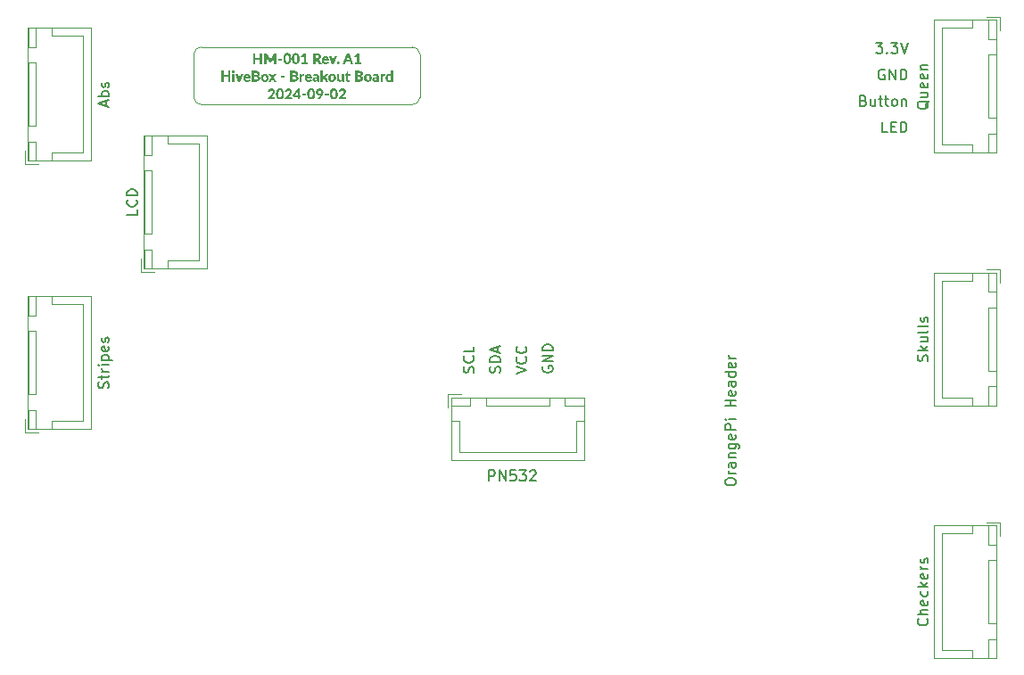
<source format=gbr>
%TF.GenerationSoftware,KiCad,Pcbnew,8.0.4-8.0.4-0~ubuntu22.04.1*%
%TF.CreationDate,2024-09-02T17:19:41-04:00*%
%TF.ProjectId,hivemind-pcb,68697665-6d69-46e6-942d-7063622e6b69,rev?*%
%TF.SameCoordinates,Original*%
%TF.FileFunction,Legend,Top*%
%TF.FilePolarity,Positive*%
%FSLAX46Y46*%
G04 Gerber Fmt 4.6, Leading zero omitted, Abs format (unit mm)*
G04 Created by KiCad (PCBNEW 8.0.4-8.0.4-0~ubuntu22.04.1) date 2024-09-02 17:19:41*
%MOMM*%
%LPD*%
G01*
G04 APERTURE LIST*
%ADD10C,0.100000*%
%ADD11C,0.200000*%
%ADD12C,0.150000*%
%ADD13C,0.120000*%
G04 APERTURE END LIST*
D10*
X193500000Y-47750000D02*
X173500000Y-47750000D01*
X194250000Y-52500000D02*
X194250000Y-48500000D01*
X173500000Y-53250000D02*
X193500000Y-53250000D01*
X172750000Y-48500000D02*
X172750000Y-52500000D01*
X173500000Y-53250000D02*
G75*
G02*
X172750000Y-52500000I0J750000D01*
G01*
X194250000Y-52500000D02*
G75*
G02*
X193500000Y-53250000I-750000J0D01*
G01*
X193500000Y-47750000D02*
G75*
G02*
X194250000Y-48500000I0J-750000D01*
G01*
X172750000Y-48500000D02*
G75*
G02*
X173500000Y-47750000I750000J0D01*
G01*
D11*
X201819600Y-78677945D02*
X201867219Y-78535088D01*
X201867219Y-78535088D02*
X201867219Y-78296993D01*
X201867219Y-78296993D02*
X201819600Y-78201755D01*
X201819600Y-78201755D02*
X201771980Y-78154136D01*
X201771980Y-78154136D02*
X201676742Y-78106517D01*
X201676742Y-78106517D02*
X201581504Y-78106517D01*
X201581504Y-78106517D02*
X201486266Y-78154136D01*
X201486266Y-78154136D02*
X201438647Y-78201755D01*
X201438647Y-78201755D02*
X201391028Y-78296993D01*
X201391028Y-78296993D02*
X201343409Y-78487469D01*
X201343409Y-78487469D02*
X201295790Y-78582707D01*
X201295790Y-78582707D02*
X201248171Y-78630326D01*
X201248171Y-78630326D02*
X201152933Y-78677945D01*
X201152933Y-78677945D02*
X201057695Y-78677945D01*
X201057695Y-78677945D02*
X200962457Y-78630326D01*
X200962457Y-78630326D02*
X200914838Y-78582707D01*
X200914838Y-78582707D02*
X200867219Y-78487469D01*
X200867219Y-78487469D02*
X200867219Y-78249374D01*
X200867219Y-78249374D02*
X200914838Y-78106517D01*
X201867219Y-77677945D02*
X200867219Y-77677945D01*
X200867219Y-77677945D02*
X200867219Y-77439850D01*
X200867219Y-77439850D02*
X200914838Y-77296993D01*
X200914838Y-77296993D02*
X201010076Y-77201755D01*
X201010076Y-77201755D02*
X201105314Y-77154136D01*
X201105314Y-77154136D02*
X201295790Y-77106517D01*
X201295790Y-77106517D02*
X201438647Y-77106517D01*
X201438647Y-77106517D02*
X201629123Y-77154136D01*
X201629123Y-77154136D02*
X201724361Y-77201755D01*
X201724361Y-77201755D02*
X201819600Y-77296993D01*
X201819600Y-77296993D02*
X201867219Y-77439850D01*
X201867219Y-77439850D02*
X201867219Y-77677945D01*
X201581504Y-76725564D02*
X201581504Y-76249374D01*
X201867219Y-76820802D02*
X200867219Y-76487469D01*
X200867219Y-76487469D02*
X201867219Y-76154136D01*
X205914838Y-78106517D02*
X205867219Y-78201755D01*
X205867219Y-78201755D02*
X205867219Y-78344612D01*
X205867219Y-78344612D02*
X205914838Y-78487469D01*
X205914838Y-78487469D02*
X206010076Y-78582707D01*
X206010076Y-78582707D02*
X206105314Y-78630326D01*
X206105314Y-78630326D02*
X206295790Y-78677945D01*
X206295790Y-78677945D02*
X206438647Y-78677945D01*
X206438647Y-78677945D02*
X206629123Y-78630326D01*
X206629123Y-78630326D02*
X206724361Y-78582707D01*
X206724361Y-78582707D02*
X206819600Y-78487469D01*
X206819600Y-78487469D02*
X206867219Y-78344612D01*
X206867219Y-78344612D02*
X206867219Y-78249374D01*
X206867219Y-78249374D02*
X206819600Y-78106517D01*
X206819600Y-78106517D02*
X206771980Y-78058898D01*
X206771980Y-78058898D02*
X206438647Y-78058898D01*
X206438647Y-78058898D02*
X206438647Y-78249374D01*
X206867219Y-77630326D02*
X205867219Y-77630326D01*
X205867219Y-77630326D02*
X206867219Y-77058898D01*
X206867219Y-77058898D02*
X205867219Y-77058898D01*
X206867219Y-76582707D02*
X205867219Y-76582707D01*
X205867219Y-76582707D02*
X205867219Y-76344612D01*
X205867219Y-76344612D02*
X205914838Y-76201755D01*
X205914838Y-76201755D02*
X206010076Y-76106517D01*
X206010076Y-76106517D02*
X206105314Y-76058898D01*
X206105314Y-76058898D02*
X206295790Y-76011279D01*
X206295790Y-76011279D02*
X206438647Y-76011279D01*
X206438647Y-76011279D02*
X206629123Y-76058898D01*
X206629123Y-76058898D02*
X206724361Y-76106517D01*
X206724361Y-76106517D02*
X206819600Y-76201755D01*
X206819600Y-76201755D02*
X206867219Y-76344612D01*
X206867219Y-76344612D02*
X206867219Y-76582707D01*
X203367219Y-78773183D02*
X204367219Y-78439850D01*
X204367219Y-78439850D02*
X203367219Y-78106517D01*
X204271980Y-77201755D02*
X204319600Y-77249374D01*
X204319600Y-77249374D02*
X204367219Y-77392231D01*
X204367219Y-77392231D02*
X204367219Y-77487469D01*
X204367219Y-77487469D02*
X204319600Y-77630326D01*
X204319600Y-77630326D02*
X204224361Y-77725564D01*
X204224361Y-77725564D02*
X204129123Y-77773183D01*
X204129123Y-77773183D02*
X203938647Y-77820802D01*
X203938647Y-77820802D02*
X203795790Y-77820802D01*
X203795790Y-77820802D02*
X203605314Y-77773183D01*
X203605314Y-77773183D02*
X203510076Y-77725564D01*
X203510076Y-77725564D02*
X203414838Y-77630326D01*
X203414838Y-77630326D02*
X203367219Y-77487469D01*
X203367219Y-77487469D02*
X203367219Y-77392231D01*
X203367219Y-77392231D02*
X203414838Y-77249374D01*
X203414838Y-77249374D02*
X203462457Y-77201755D01*
X204271980Y-76201755D02*
X204319600Y-76249374D01*
X204319600Y-76249374D02*
X204367219Y-76392231D01*
X204367219Y-76392231D02*
X204367219Y-76487469D01*
X204367219Y-76487469D02*
X204319600Y-76630326D01*
X204319600Y-76630326D02*
X204224361Y-76725564D01*
X204224361Y-76725564D02*
X204129123Y-76773183D01*
X204129123Y-76773183D02*
X203938647Y-76820802D01*
X203938647Y-76820802D02*
X203795790Y-76820802D01*
X203795790Y-76820802D02*
X203605314Y-76773183D01*
X203605314Y-76773183D02*
X203510076Y-76725564D01*
X203510076Y-76725564D02*
X203414838Y-76630326D01*
X203414838Y-76630326D02*
X203367219Y-76487469D01*
X203367219Y-76487469D02*
X203367219Y-76392231D01*
X203367219Y-76392231D02*
X203414838Y-76249374D01*
X203414838Y-76249374D02*
X203462457Y-76201755D01*
X199319600Y-78677945D02*
X199367219Y-78535088D01*
X199367219Y-78535088D02*
X199367219Y-78296993D01*
X199367219Y-78296993D02*
X199319600Y-78201755D01*
X199319600Y-78201755D02*
X199271980Y-78154136D01*
X199271980Y-78154136D02*
X199176742Y-78106517D01*
X199176742Y-78106517D02*
X199081504Y-78106517D01*
X199081504Y-78106517D02*
X198986266Y-78154136D01*
X198986266Y-78154136D02*
X198938647Y-78201755D01*
X198938647Y-78201755D02*
X198891028Y-78296993D01*
X198891028Y-78296993D02*
X198843409Y-78487469D01*
X198843409Y-78487469D02*
X198795790Y-78582707D01*
X198795790Y-78582707D02*
X198748171Y-78630326D01*
X198748171Y-78630326D02*
X198652933Y-78677945D01*
X198652933Y-78677945D02*
X198557695Y-78677945D01*
X198557695Y-78677945D02*
X198462457Y-78630326D01*
X198462457Y-78630326D02*
X198414838Y-78582707D01*
X198414838Y-78582707D02*
X198367219Y-78487469D01*
X198367219Y-78487469D02*
X198367219Y-78249374D01*
X198367219Y-78249374D02*
X198414838Y-78106517D01*
X199271980Y-77106517D02*
X199319600Y-77154136D01*
X199319600Y-77154136D02*
X199367219Y-77296993D01*
X199367219Y-77296993D02*
X199367219Y-77392231D01*
X199367219Y-77392231D02*
X199319600Y-77535088D01*
X199319600Y-77535088D02*
X199224361Y-77630326D01*
X199224361Y-77630326D02*
X199129123Y-77677945D01*
X199129123Y-77677945D02*
X198938647Y-77725564D01*
X198938647Y-77725564D02*
X198795790Y-77725564D01*
X198795790Y-77725564D02*
X198605314Y-77677945D01*
X198605314Y-77677945D02*
X198510076Y-77630326D01*
X198510076Y-77630326D02*
X198414838Y-77535088D01*
X198414838Y-77535088D02*
X198367219Y-77392231D01*
X198367219Y-77392231D02*
X198367219Y-77296993D01*
X198367219Y-77296993D02*
X198414838Y-77154136D01*
X198414838Y-77154136D02*
X198462457Y-77106517D01*
X199367219Y-76201755D02*
X199367219Y-76677945D01*
X199367219Y-76677945D02*
X198367219Y-76677945D01*
X238618421Y-55867219D02*
X238142231Y-55867219D01*
X238142231Y-55867219D02*
X238142231Y-54867219D01*
X238951755Y-55343409D02*
X239285088Y-55343409D01*
X239427945Y-55867219D02*
X238951755Y-55867219D01*
X238951755Y-55867219D02*
X238951755Y-54867219D01*
X238951755Y-54867219D02*
X239427945Y-54867219D01*
X239856517Y-55867219D02*
X239856517Y-54867219D01*
X239856517Y-54867219D02*
X240094612Y-54867219D01*
X240094612Y-54867219D02*
X240237469Y-54914838D01*
X240237469Y-54914838D02*
X240332707Y-55010076D01*
X240332707Y-55010076D02*
X240380326Y-55105314D01*
X240380326Y-55105314D02*
X240427945Y-55295790D01*
X240427945Y-55295790D02*
X240427945Y-55438647D01*
X240427945Y-55438647D02*
X240380326Y-55629123D01*
X240380326Y-55629123D02*
X240332707Y-55724361D01*
X240332707Y-55724361D02*
X240237469Y-55819600D01*
X240237469Y-55819600D02*
X240094612Y-55867219D01*
X240094612Y-55867219D02*
X239856517Y-55867219D01*
X236332706Y-52843409D02*
X236475563Y-52891028D01*
X236475563Y-52891028D02*
X236523182Y-52938647D01*
X236523182Y-52938647D02*
X236570801Y-53033885D01*
X236570801Y-53033885D02*
X236570801Y-53176742D01*
X236570801Y-53176742D02*
X236523182Y-53271980D01*
X236523182Y-53271980D02*
X236475563Y-53319600D01*
X236475563Y-53319600D02*
X236380325Y-53367219D01*
X236380325Y-53367219D02*
X235999373Y-53367219D01*
X235999373Y-53367219D02*
X235999373Y-52367219D01*
X235999373Y-52367219D02*
X236332706Y-52367219D01*
X236332706Y-52367219D02*
X236427944Y-52414838D01*
X236427944Y-52414838D02*
X236475563Y-52462457D01*
X236475563Y-52462457D02*
X236523182Y-52557695D01*
X236523182Y-52557695D02*
X236523182Y-52652933D01*
X236523182Y-52652933D02*
X236475563Y-52748171D01*
X236475563Y-52748171D02*
X236427944Y-52795790D01*
X236427944Y-52795790D02*
X236332706Y-52843409D01*
X236332706Y-52843409D02*
X235999373Y-52843409D01*
X237427944Y-52700552D02*
X237427944Y-53367219D01*
X236999373Y-52700552D02*
X236999373Y-53224361D01*
X236999373Y-53224361D02*
X237046992Y-53319600D01*
X237046992Y-53319600D02*
X237142230Y-53367219D01*
X237142230Y-53367219D02*
X237285087Y-53367219D01*
X237285087Y-53367219D02*
X237380325Y-53319600D01*
X237380325Y-53319600D02*
X237427944Y-53271980D01*
X237761278Y-52700552D02*
X238142230Y-52700552D01*
X237904135Y-52367219D02*
X237904135Y-53224361D01*
X237904135Y-53224361D02*
X237951754Y-53319600D01*
X237951754Y-53319600D02*
X238046992Y-53367219D01*
X238046992Y-53367219D02*
X238142230Y-53367219D01*
X238332707Y-52700552D02*
X238713659Y-52700552D01*
X238475564Y-52367219D02*
X238475564Y-53224361D01*
X238475564Y-53224361D02*
X238523183Y-53319600D01*
X238523183Y-53319600D02*
X238618421Y-53367219D01*
X238618421Y-53367219D02*
X238713659Y-53367219D01*
X239189850Y-53367219D02*
X239094612Y-53319600D01*
X239094612Y-53319600D02*
X239046993Y-53271980D01*
X239046993Y-53271980D02*
X238999374Y-53176742D01*
X238999374Y-53176742D02*
X238999374Y-52891028D01*
X238999374Y-52891028D02*
X239046993Y-52795790D01*
X239046993Y-52795790D02*
X239094612Y-52748171D01*
X239094612Y-52748171D02*
X239189850Y-52700552D01*
X239189850Y-52700552D02*
X239332707Y-52700552D01*
X239332707Y-52700552D02*
X239427945Y-52748171D01*
X239427945Y-52748171D02*
X239475564Y-52795790D01*
X239475564Y-52795790D02*
X239523183Y-52891028D01*
X239523183Y-52891028D02*
X239523183Y-53176742D01*
X239523183Y-53176742D02*
X239475564Y-53271980D01*
X239475564Y-53271980D02*
X239427945Y-53319600D01*
X239427945Y-53319600D02*
X239332707Y-53367219D01*
X239332707Y-53367219D02*
X239189850Y-53367219D01*
X239951755Y-52700552D02*
X239951755Y-53367219D01*
X239951755Y-52795790D02*
X239999374Y-52748171D01*
X239999374Y-52748171D02*
X240094612Y-52700552D01*
X240094612Y-52700552D02*
X240237469Y-52700552D01*
X240237469Y-52700552D02*
X240332707Y-52748171D01*
X240332707Y-52748171D02*
X240380326Y-52843409D01*
X240380326Y-52843409D02*
X240380326Y-53367219D01*
X238332707Y-49914838D02*
X238237469Y-49867219D01*
X238237469Y-49867219D02*
X238094612Y-49867219D01*
X238094612Y-49867219D02*
X237951755Y-49914838D01*
X237951755Y-49914838D02*
X237856517Y-50010076D01*
X237856517Y-50010076D02*
X237808898Y-50105314D01*
X237808898Y-50105314D02*
X237761279Y-50295790D01*
X237761279Y-50295790D02*
X237761279Y-50438647D01*
X237761279Y-50438647D02*
X237808898Y-50629123D01*
X237808898Y-50629123D02*
X237856517Y-50724361D01*
X237856517Y-50724361D02*
X237951755Y-50819600D01*
X237951755Y-50819600D02*
X238094612Y-50867219D01*
X238094612Y-50867219D02*
X238189850Y-50867219D01*
X238189850Y-50867219D02*
X238332707Y-50819600D01*
X238332707Y-50819600D02*
X238380326Y-50771980D01*
X238380326Y-50771980D02*
X238380326Y-50438647D01*
X238380326Y-50438647D02*
X238189850Y-50438647D01*
X238808898Y-50867219D02*
X238808898Y-49867219D01*
X238808898Y-49867219D02*
X239380326Y-50867219D01*
X239380326Y-50867219D02*
X239380326Y-49867219D01*
X239856517Y-50867219D02*
X239856517Y-49867219D01*
X239856517Y-49867219D02*
X240094612Y-49867219D01*
X240094612Y-49867219D02*
X240237469Y-49914838D01*
X240237469Y-49914838D02*
X240332707Y-50010076D01*
X240332707Y-50010076D02*
X240380326Y-50105314D01*
X240380326Y-50105314D02*
X240427945Y-50295790D01*
X240427945Y-50295790D02*
X240427945Y-50438647D01*
X240427945Y-50438647D02*
X240380326Y-50629123D01*
X240380326Y-50629123D02*
X240332707Y-50724361D01*
X240332707Y-50724361D02*
X240237469Y-50819600D01*
X240237469Y-50819600D02*
X240094612Y-50867219D01*
X240094612Y-50867219D02*
X239856517Y-50867219D01*
X237523184Y-47367219D02*
X238142231Y-47367219D01*
X238142231Y-47367219D02*
X237808898Y-47748171D01*
X237808898Y-47748171D02*
X237951755Y-47748171D01*
X237951755Y-47748171D02*
X238046993Y-47795790D01*
X238046993Y-47795790D02*
X238094612Y-47843409D01*
X238094612Y-47843409D02*
X238142231Y-47938647D01*
X238142231Y-47938647D02*
X238142231Y-48176742D01*
X238142231Y-48176742D02*
X238094612Y-48271980D01*
X238094612Y-48271980D02*
X238046993Y-48319600D01*
X238046993Y-48319600D02*
X237951755Y-48367219D01*
X237951755Y-48367219D02*
X237666041Y-48367219D01*
X237666041Y-48367219D02*
X237570803Y-48319600D01*
X237570803Y-48319600D02*
X237523184Y-48271980D01*
X238570803Y-48271980D02*
X238618422Y-48319600D01*
X238618422Y-48319600D02*
X238570803Y-48367219D01*
X238570803Y-48367219D02*
X238523184Y-48319600D01*
X238523184Y-48319600D02*
X238570803Y-48271980D01*
X238570803Y-48271980D02*
X238570803Y-48367219D01*
X238951755Y-47367219D02*
X239570802Y-47367219D01*
X239570802Y-47367219D02*
X239237469Y-47748171D01*
X239237469Y-47748171D02*
X239380326Y-47748171D01*
X239380326Y-47748171D02*
X239475564Y-47795790D01*
X239475564Y-47795790D02*
X239523183Y-47843409D01*
X239523183Y-47843409D02*
X239570802Y-47938647D01*
X239570802Y-47938647D02*
X239570802Y-48176742D01*
X239570802Y-48176742D02*
X239523183Y-48271980D01*
X239523183Y-48271980D02*
X239475564Y-48319600D01*
X239475564Y-48319600D02*
X239380326Y-48367219D01*
X239380326Y-48367219D02*
X239094612Y-48367219D01*
X239094612Y-48367219D02*
X238999374Y-48319600D01*
X238999374Y-48319600D02*
X238951755Y-48271980D01*
X239856517Y-47367219D02*
X240189850Y-48367219D01*
X240189850Y-48367219D02*
X240523183Y-47367219D01*
D10*
G36*
X179273378Y-49375000D02*
G01*
X179034264Y-49375000D01*
X179034264Y-48937316D01*
X178617830Y-48937316D01*
X178617830Y-49375000D01*
X178378716Y-49375000D01*
X178378716Y-48343318D01*
X178617830Y-48343318D01*
X178617830Y-48773674D01*
X179034264Y-48773674D01*
X179034264Y-48343318D01*
X179273378Y-48343318D01*
X179273378Y-49375000D01*
G37*
G36*
X179990230Y-48905076D02*
G01*
X180012208Y-48950583D01*
X180017097Y-48961496D01*
X180036960Y-49007805D01*
X180042254Y-49021092D01*
X180060756Y-48975021D01*
X180067167Y-48960031D01*
X180088586Y-48914879D01*
X180095011Y-48902878D01*
X180358060Y-48378977D01*
X180372470Y-48357972D01*
X180388835Y-48346981D01*
X180409595Y-48343318D01*
X180436706Y-48343318D01*
X180618423Y-48343318D01*
X180618423Y-49375000D01*
X180408618Y-49375000D01*
X180408618Y-48786374D01*
X180410009Y-48735850D01*
X180413015Y-48693562D01*
X180141417Y-49218928D01*
X180108557Y-49255492D01*
X180107223Y-49256297D01*
X180058374Y-49268754D01*
X180026134Y-49268754D01*
X179978391Y-49257064D01*
X179977041Y-49256297D01*
X179943092Y-49218928D01*
X179670028Y-48693073D01*
X179674180Y-48741922D01*
X179675646Y-48786374D01*
X179675646Y-49375000D01*
X179466085Y-49375000D01*
X179466085Y-48343318D01*
X179647558Y-48343318D01*
X179674669Y-48343318D01*
X179695429Y-48346981D01*
X179711794Y-48357972D01*
X179726448Y-48378977D01*
X179990230Y-48905076D01*
G37*
G36*
X180783531Y-48859159D02*
G01*
X181163329Y-48859159D01*
X181163329Y-49031106D01*
X180783531Y-49031106D01*
X180783531Y-48859159D01*
G37*
G36*
X181690420Y-48338555D02*
G01*
X181742600Y-48348966D01*
X181792010Y-48366765D01*
X181837922Y-48392212D01*
X181879274Y-48425567D01*
X181912910Y-48462752D01*
X181942644Y-48506521D01*
X181965693Y-48551581D01*
X181985225Y-48602013D01*
X181992778Y-48626151D01*
X182005493Y-48677610D01*
X182013640Y-48726318D01*
X182019004Y-48778462D01*
X182021587Y-48834042D01*
X182021842Y-48858914D01*
X182020821Y-48908027D01*
X182017046Y-48962135D01*
X182010489Y-49012806D01*
X181999590Y-49066509D01*
X181992778Y-49091678D01*
X181976978Y-49138786D01*
X181955883Y-49186747D01*
X181931271Y-49229375D01*
X181912910Y-49254832D01*
X181879274Y-49292065D01*
X181837922Y-49325583D01*
X181792010Y-49351308D01*
X181742600Y-49369246D01*
X181690420Y-49379738D01*
X181640579Y-49382815D01*
X181590786Y-49379738D01*
X181538769Y-49369246D01*
X181489637Y-49351308D01*
X181444142Y-49325583D01*
X181403034Y-49292065D01*
X181369470Y-49254832D01*
X181340018Y-49211088D01*
X181317181Y-49166089D01*
X181297823Y-49115759D01*
X181290335Y-49091678D01*
X181277940Y-49040219D01*
X181269999Y-48991511D01*
X181264770Y-48939367D01*
X181262252Y-48883786D01*
X181262003Y-48858914D01*
X181487195Y-48858914D01*
X181488004Y-48910297D01*
X181490848Y-48962190D01*
X181496410Y-49012508D01*
X181500140Y-49034769D01*
X181512068Y-49085420D01*
X181529338Y-49132142D01*
X181534578Y-49142480D01*
X181563925Y-49181998D01*
X181583915Y-49196458D01*
X181631597Y-49210516D01*
X181640579Y-49210868D01*
X181688693Y-49200609D01*
X181697488Y-49196458D01*
X181734836Y-49162648D01*
X181747802Y-49142480D01*
X181767769Y-49095769D01*
X181780665Y-49047295D01*
X181783217Y-49034769D01*
X181790865Y-48983245D01*
X181794761Y-48934134D01*
X181796441Y-48885224D01*
X181796650Y-48858914D01*
X181795811Y-48807730D01*
X181792859Y-48755951D01*
X181787087Y-48705623D01*
X181783217Y-48683304D01*
X181771010Y-48632418D01*
X181753217Y-48585824D01*
X181747802Y-48575593D01*
X181717730Y-48536380D01*
X181697488Y-48522103D01*
X181649568Y-48507807D01*
X181640579Y-48507449D01*
X181592640Y-48517882D01*
X181583915Y-48522103D01*
X181547170Y-48555562D01*
X181534578Y-48575593D01*
X181515222Y-48622060D01*
X181502642Y-48670695D01*
X181500140Y-48683304D01*
X181492770Y-48734909D01*
X181489015Y-48783959D01*
X181487309Y-48839151D01*
X181487195Y-48858914D01*
X181262003Y-48858914D01*
X181262999Y-48809802D01*
X181266679Y-48755694D01*
X181273070Y-48705022D01*
X181283695Y-48651319D01*
X181290335Y-48626151D01*
X181305997Y-48578936D01*
X181326901Y-48530891D01*
X181351283Y-48488218D01*
X181369470Y-48462752D01*
X181403034Y-48425567D01*
X181444142Y-48392212D01*
X181489637Y-48366765D01*
X181538769Y-48348966D01*
X181590786Y-48338555D01*
X181640579Y-48335502D01*
X181690420Y-48338555D01*
G37*
G36*
X182502283Y-48338555D02*
G01*
X182554464Y-48348966D01*
X182603873Y-48366765D01*
X182649785Y-48392212D01*
X182691137Y-48425567D01*
X182724773Y-48462752D01*
X182754507Y-48506521D01*
X182777556Y-48551581D01*
X182797088Y-48602013D01*
X182804641Y-48626151D01*
X182817357Y-48677610D01*
X182825503Y-48726318D01*
X182830867Y-48778462D01*
X182833450Y-48834042D01*
X182833706Y-48858914D01*
X182832684Y-48908027D01*
X182828909Y-48962135D01*
X182822352Y-49012806D01*
X182811453Y-49066509D01*
X182804641Y-49091678D01*
X182788841Y-49138786D01*
X182767746Y-49186747D01*
X182743134Y-49229375D01*
X182724773Y-49254832D01*
X182691137Y-49292065D01*
X182649785Y-49325583D01*
X182603873Y-49351308D01*
X182554464Y-49369246D01*
X182502283Y-49379738D01*
X182452443Y-49382815D01*
X182402649Y-49379738D01*
X182350632Y-49369246D01*
X182301500Y-49351308D01*
X182256005Y-49325583D01*
X182214897Y-49292065D01*
X182181333Y-49254832D01*
X182151881Y-49211088D01*
X182129045Y-49166089D01*
X182109686Y-49115759D01*
X182102198Y-49091678D01*
X182089803Y-49040219D01*
X182081862Y-48991511D01*
X182076633Y-48939367D01*
X182074115Y-48883786D01*
X182073866Y-48858914D01*
X182299058Y-48858914D01*
X182299867Y-48910297D01*
X182302711Y-48962190D01*
X182308274Y-49012508D01*
X182312003Y-49034769D01*
X182323931Y-49085420D01*
X182341201Y-49132142D01*
X182346441Y-49142480D01*
X182375788Y-49181998D01*
X182395778Y-49196458D01*
X182443460Y-49210516D01*
X182452443Y-49210868D01*
X182500556Y-49200609D01*
X182509351Y-49196458D01*
X182546699Y-49162648D01*
X182559665Y-49142480D01*
X182579632Y-49095769D01*
X182592528Y-49047295D01*
X182595080Y-49034769D01*
X182602728Y-48983245D01*
X182606625Y-48934134D01*
X182608304Y-48885224D01*
X182608514Y-48858914D01*
X182607674Y-48807730D01*
X182604722Y-48755951D01*
X182598950Y-48705623D01*
X182595080Y-48683304D01*
X182582873Y-48632418D01*
X182565080Y-48585824D01*
X182559665Y-48575593D01*
X182529593Y-48536380D01*
X182509351Y-48522103D01*
X182461431Y-48507807D01*
X182452443Y-48507449D01*
X182404503Y-48517882D01*
X182395778Y-48522103D01*
X182359033Y-48555562D01*
X182346441Y-48575593D01*
X182327085Y-48622060D01*
X182314505Y-48670695D01*
X182312003Y-48683304D01*
X182304633Y-48734909D01*
X182300878Y-48783959D01*
X182299172Y-48839151D01*
X182299058Y-48858914D01*
X182073866Y-48858914D01*
X182074862Y-48809802D01*
X182078542Y-48755694D01*
X182084933Y-48705022D01*
X182095558Y-48651319D01*
X182102198Y-48626151D01*
X182117860Y-48578936D01*
X182138765Y-48530891D01*
X182163146Y-48488218D01*
X182181333Y-48462752D01*
X182214897Y-48425567D01*
X182256005Y-48392212D01*
X182301500Y-48366765D01*
X182350632Y-48348966D01*
X182402649Y-48338555D01*
X182452443Y-48335502D01*
X182502283Y-48338555D01*
G37*
G36*
X183012980Y-49211357D02*
G01*
X183210084Y-49211357D01*
X183210084Y-48696004D01*
X183211031Y-48644844D01*
X183212282Y-48616870D01*
X183096022Y-48713101D01*
X183065492Y-48727512D01*
X183036916Y-48727512D01*
X183012980Y-48718475D01*
X182997593Y-48704797D01*
X182928716Y-48613206D01*
X183247941Y-48343318D01*
X183428193Y-48343318D01*
X183428193Y-49211357D01*
X183596965Y-49211357D01*
X183596965Y-49375000D01*
X183012980Y-49375000D01*
X183012980Y-49211357D01*
G37*
G36*
X184478956Y-48344753D02*
G01*
X184528385Y-48349057D01*
X184579102Y-48357331D01*
X184614969Y-48366277D01*
X184661155Y-48382391D01*
X184705459Y-48404194D01*
X184742952Y-48430268D01*
X184778921Y-48465908D01*
X184807558Y-48509879D01*
X184815248Y-48526988D01*
X184829797Y-48573887D01*
X184836928Y-48624091D01*
X184837718Y-48648377D01*
X184833927Y-48700060D01*
X184824285Y-48743143D01*
X184805076Y-48791065D01*
X184784473Y-48825453D01*
X184753069Y-48863212D01*
X184719749Y-48892864D01*
X184678655Y-48919792D01*
X184631577Y-48941468D01*
X184673237Y-48969490D01*
X184675785Y-48971755D01*
X184708323Y-49008620D01*
X184712422Y-49014741D01*
X184930530Y-49375000D01*
X184715353Y-49375000D01*
X184666659Y-49365018D01*
X184629379Y-49329570D01*
X184459142Y-49028419D01*
X184432519Y-49000575D01*
X184390265Y-48991538D01*
X184329937Y-48991538D01*
X184329937Y-49375000D01*
X184092045Y-49375000D01*
X184092045Y-48827896D01*
X184329937Y-48827896D01*
X184425436Y-48827896D01*
X184475479Y-48824109D01*
X184507990Y-48815928D01*
X184552275Y-48792526D01*
X184563922Y-48782466D01*
X184592322Y-48741392D01*
X184595674Y-48732641D01*
X184605100Y-48683302D01*
X184605443Y-48671092D01*
X184598188Y-48622267D01*
X184571784Y-48577753D01*
X184561480Y-48568021D01*
X184517818Y-48543984D01*
X184468469Y-48533217D01*
X184425436Y-48530896D01*
X184329937Y-48530896D01*
X184329937Y-48827896D01*
X184092045Y-48827896D01*
X184092045Y-48343318D01*
X184425436Y-48343318D01*
X184478956Y-48344753D01*
G37*
G36*
X185312274Y-48635661D02*
G01*
X185361344Y-48645141D01*
X185392149Y-48654972D01*
X185438344Y-48676615D01*
X185478896Y-48705030D01*
X185495708Y-48720429D01*
X185527689Y-48758341D01*
X185553382Y-48802623D01*
X185563119Y-48825209D01*
X185578003Y-48874073D01*
X185585612Y-48922968D01*
X185587544Y-48965893D01*
X185585346Y-49006193D01*
X185577530Y-49030617D01*
X185562387Y-49043318D01*
X185538207Y-49046737D01*
X185117620Y-49046737D01*
X185127548Y-49098634D01*
X185146236Y-49144425D01*
X185173064Y-49178384D01*
X185217556Y-49206267D01*
X185267744Y-49218177D01*
X185289323Y-49219173D01*
X185338318Y-49214504D01*
X185354536Y-49210136D01*
X185400704Y-49191231D01*
X185403385Y-49189863D01*
X185442708Y-49169591D01*
X185480565Y-49160310D01*
X185519888Y-49179361D01*
X185583147Y-49258251D01*
X185548099Y-49293239D01*
X185510363Y-49321022D01*
X185465704Y-49344704D01*
X185430007Y-49358635D01*
X185381281Y-49371864D01*
X185347941Y-49377442D01*
X185298082Y-49382060D01*
X185269540Y-49382815D01*
X185217939Y-49379871D01*
X185168590Y-49371040D01*
X185125681Y-49357903D01*
X185077675Y-49335818D01*
X185034410Y-49306932D01*
X185008200Y-49283897D01*
X184973418Y-49243711D01*
X184946724Y-49200961D01*
X184928577Y-49161775D01*
X184913249Y-49113795D01*
X184903599Y-49061140D01*
X184899767Y-49009753D01*
X184899512Y-48991782D01*
X184902455Y-48942499D01*
X184906455Y-48921685D01*
X185119574Y-48921685D01*
X185391905Y-48921685D01*
X185385066Y-48872836D01*
X185363329Y-48830582D01*
X185323517Y-48800296D01*
X185274651Y-48789097D01*
X185263922Y-48788817D01*
X185214448Y-48795362D01*
X185170728Y-48818870D01*
X185166225Y-48823011D01*
X185136977Y-48864776D01*
X185121102Y-48913743D01*
X185119574Y-48921685D01*
X184906455Y-48921685D01*
X184912382Y-48890841D01*
X184924424Y-48853541D01*
X184946200Y-48806898D01*
X184974158Y-48764789D01*
X184996232Y-48739235D01*
X185034150Y-48705267D01*
X185077565Y-48676999D01*
X185109560Y-48661322D01*
X185157283Y-48644913D01*
X185209104Y-48635316D01*
X185259770Y-48632501D01*
X185312274Y-48635661D01*
G37*
G36*
X186076274Y-49375000D02*
G01*
X185877948Y-49375000D01*
X185595115Y-48640317D01*
X185776832Y-48640317D01*
X185815667Y-48651308D01*
X185837160Y-48678663D01*
X185938521Y-49009612D01*
X185953267Y-49057070D01*
X185961968Y-49088747D01*
X185973837Y-49136680D01*
X185980042Y-49165439D01*
X185990861Y-49117506D01*
X185998360Y-49088747D01*
X186012919Y-49039746D01*
X186023029Y-49009612D01*
X186128542Y-48678663D01*
X186149547Y-48651308D01*
X186186183Y-48640317D01*
X186359107Y-48640317D01*
X186076274Y-49375000D01*
G37*
G36*
X186348604Y-49257763D02*
G01*
X186358130Y-49208914D01*
X186384264Y-49169347D01*
X186423343Y-49142725D01*
X186472436Y-49132711D01*
X186521040Y-49142725D01*
X186560363Y-49169347D01*
X186586741Y-49208914D01*
X186596267Y-49257763D01*
X186586741Y-49307100D01*
X186560363Y-49346912D01*
X186521040Y-49373290D01*
X186472436Y-49382815D01*
X186423343Y-49373290D01*
X186384264Y-49346912D01*
X186358130Y-49307100D01*
X186348604Y-49257763D01*
G37*
G36*
X187932519Y-49375000D02*
G01*
X187748360Y-49375000D01*
X187700719Y-49362120D01*
X187698290Y-49360345D01*
X187669470Y-49322732D01*
X187608898Y-49140526D01*
X187219330Y-49140526D01*
X187158758Y-49322732D01*
X187130914Y-49358879D01*
X187083171Y-49374984D01*
X187081333Y-49375000D01*
X186895708Y-49375000D01*
X187048772Y-48976884D01*
X187274285Y-48976884D01*
X187554187Y-48976884D01*
X187459909Y-48696981D01*
X187442605Y-48649570D01*
X187437439Y-48634211D01*
X187422479Y-48586736D01*
X187413503Y-48556053D01*
X187399989Y-48604657D01*
X187390544Y-48635432D01*
X187374421Y-48682699D01*
X187368318Y-48698447D01*
X187274285Y-48976884D01*
X187048772Y-48976884D01*
X187292359Y-48343318D01*
X187535869Y-48343318D01*
X187932519Y-49375000D01*
G37*
G36*
X188063922Y-49211357D02*
G01*
X188261026Y-49211357D01*
X188261026Y-48696004D01*
X188261973Y-48644844D01*
X188263224Y-48616870D01*
X188146965Y-48713101D01*
X188116434Y-48727512D01*
X188087858Y-48727512D01*
X188063922Y-48718475D01*
X188048535Y-48704797D01*
X187979658Y-48613206D01*
X188298884Y-48343318D01*
X188479135Y-48343318D01*
X188479135Y-49211357D01*
X188647907Y-49211357D01*
X188647907Y-49375000D01*
X188063922Y-49375000D01*
X188063922Y-49211357D01*
G37*
G36*
X176248186Y-51055000D02*
G01*
X176009072Y-51055000D01*
X176009072Y-50617316D01*
X175592638Y-50617316D01*
X175592638Y-51055000D01*
X175353524Y-51055000D01*
X175353524Y-50023318D01*
X175592638Y-50023318D01*
X175592638Y-50453674D01*
X176009072Y-50453674D01*
X176009072Y-50023318D01*
X176248186Y-50023318D01*
X176248186Y-51055000D01*
G37*
G36*
X176628716Y-50320317D02*
G01*
X176628716Y-51055000D01*
X176410851Y-51055000D01*
X176410851Y-50320317D01*
X176628716Y-50320317D01*
G37*
G36*
X176651431Y-50125655D02*
G01*
X176641985Y-50173698D01*
X176640684Y-50176702D01*
X176613001Y-50217577D01*
X176611863Y-50218712D01*
X176570871Y-50246610D01*
X176569365Y-50247288D01*
X176521022Y-50257750D01*
X176517586Y-50257791D01*
X176469213Y-50247935D01*
X176467760Y-50247288D01*
X176426483Y-50218712D01*
X176399044Y-50178192D01*
X176398395Y-50176702D01*
X176388147Y-50127347D01*
X176388137Y-50125655D01*
X176397153Y-50076669D01*
X176398395Y-50073632D01*
X176425376Y-50032040D01*
X176426483Y-50030889D01*
X176467760Y-50002313D01*
X176515925Y-49992065D01*
X176517586Y-49992055D01*
X176566329Y-50001071D01*
X176569365Y-50002313D01*
X176610713Y-50029752D01*
X176611863Y-50030889D01*
X176640020Y-50072111D01*
X176640684Y-50073632D01*
X176651389Y-50122189D01*
X176651431Y-50125655D01*
G37*
G36*
X177183392Y-51055000D02*
G01*
X176985066Y-51055000D01*
X176702233Y-50320317D01*
X176883950Y-50320317D01*
X176922784Y-50331308D01*
X176944278Y-50358663D01*
X177045639Y-50689612D01*
X177060385Y-50737070D01*
X177069086Y-50768747D01*
X177080955Y-50816680D01*
X177087160Y-50845439D01*
X177097979Y-50797506D01*
X177105478Y-50768747D01*
X177120037Y-50719746D01*
X177130147Y-50689612D01*
X177235659Y-50358663D01*
X177256664Y-50331308D01*
X177293301Y-50320317D01*
X177466225Y-50320317D01*
X177183392Y-51055000D01*
G37*
G36*
X177882895Y-50315661D02*
G01*
X177931965Y-50325141D01*
X177962770Y-50334972D01*
X178008965Y-50356615D01*
X178049517Y-50385030D01*
X178066329Y-50400429D01*
X178098310Y-50438341D01*
X178124003Y-50482623D01*
X178133740Y-50505209D01*
X178148624Y-50554073D01*
X178156233Y-50602968D01*
X178158165Y-50645893D01*
X178155967Y-50686193D01*
X178148151Y-50710617D01*
X178133008Y-50723318D01*
X178108828Y-50726737D01*
X177688241Y-50726737D01*
X177698169Y-50778634D01*
X177716857Y-50824425D01*
X177743685Y-50858384D01*
X177788177Y-50886267D01*
X177838365Y-50898177D01*
X177859944Y-50899173D01*
X177908939Y-50894504D01*
X177925157Y-50890136D01*
X177971325Y-50871231D01*
X177974006Y-50869863D01*
X178013329Y-50849591D01*
X178051186Y-50840310D01*
X178090509Y-50859361D01*
X178153768Y-50938251D01*
X178118719Y-50973239D01*
X178080984Y-51001022D01*
X178036325Y-51024704D01*
X178000628Y-51038635D01*
X177951902Y-51051864D01*
X177918562Y-51057442D01*
X177868703Y-51062060D01*
X177840161Y-51062815D01*
X177788560Y-51059871D01*
X177739211Y-51051040D01*
X177696301Y-51037903D01*
X177648296Y-51015818D01*
X177605031Y-50986932D01*
X177578821Y-50963897D01*
X177544039Y-50923711D01*
X177517345Y-50880961D01*
X177499198Y-50841775D01*
X177483870Y-50793795D01*
X177474220Y-50741140D01*
X177470388Y-50689753D01*
X177470133Y-50671782D01*
X177473076Y-50622499D01*
X177477076Y-50601685D01*
X177690195Y-50601685D01*
X177962526Y-50601685D01*
X177955687Y-50552836D01*
X177933950Y-50510582D01*
X177894138Y-50480296D01*
X177845271Y-50469097D01*
X177834543Y-50468817D01*
X177785068Y-50475362D01*
X177741349Y-50498870D01*
X177736846Y-50503011D01*
X177707598Y-50544776D01*
X177691723Y-50593743D01*
X177690195Y-50601685D01*
X177477076Y-50601685D01*
X177483003Y-50570841D01*
X177495045Y-50533541D01*
X177516821Y-50486898D01*
X177544779Y-50444789D01*
X177566853Y-50419235D01*
X177604771Y-50385267D01*
X177648186Y-50356999D01*
X177680181Y-50341322D01*
X177727904Y-50324913D01*
X177779725Y-50315316D01*
X177830391Y-50312501D01*
X177882895Y-50315661D01*
G37*
G36*
X178700964Y-50024554D02*
G01*
X178753750Y-50028901D01*
X178806511Y-50037402D01*
X178830565Y-50043101D01*
X178878548Y-50058636D01*
X178923519Y-50079994D01*
X178952198Y-50099033D01*
X178988536Y-50133487D01*
X179016575Y-50177147D01*
X179020830Y-50186716D01*
X179035523Y-50234147D01*
X179041988Y-50286253D01*
X179042324Y-50301999D01*
X179036691Y-50352420D01*
X179032310Y-50368677D01*
X179011198Y-50414839D01*
X179001291Y-50429249D01*
X178966753Y-50465561D01*
X178947313Y-50480540D01*
X178903422Y-50505651D01*
X178867934Y-50520352D01*
X178915211Y-50534732D01*
X178960550Y-50555507D01*
X179001184Y-50584301D01*
X179017655Y-50600952D01*
X179045327Y-50642850D01*
X179061513Y-50692309D01*
X179066260Y-50743834D01*
X179062067Y-50795765D01*
X179049491Y-50844794D01*
X179040858Y-50866444D01*
X179016350Y-50910106D01*
X178984102Y-50949011D01*
X178966609Y-50965362D01*
X178926744Y-50994328D01*
X178880421Y-51018210D01*
X178845953Y-51031308D01*
X178794300Y-51044796D01*
X178743085Y-51052200D01*
X178693525Y-51054907D01*
X178682066Y-51055000D01*
X178272715Y-51055000D01*
X178272715Y-50867421D01*
X178510607Y-50867421D01*
X178677913Y-50867421D01*
X178727777Y-50863288D01*
X178754850Y-50855697D01*
X178797325Y-50829945D01*
X178801745Y-50825411D01*
X178824948Y-50783401D01*
X178831298Y-50735774D01*
X178823726Y-50686193D01*
X178798325Y-50649068D01*
X178754590Y-50626685D01*
X178750942Y-50625621D01*
X178700609Y-50617973D01*
X178676448Y-50617316D01*
X178510607Y-50617316D01*
X178510607Y-50867421D01*
X178272715Y-50867421D01*
X178272715Y-50453674D01*
X178510607Y-50453674D01*
X178634194Y-50453674D01*
X178684789Y-50451134D01*
X178705269Y-50448300D01*
X178751894Y-50433495D01*
X178759002Y-50429494D01*
X178792708Y-50392369D01*
X178804145Y-50343869D01*
X178804431Y-50333018D01*
X178798304Y-50283766D01*
X178795150Y-50274644D01*
X178767062Y-50237274D01*
X178720768Y-50217392D01*
X178718946Y-50217002D01*
X178669167Y-50211278D01*
X178649826Y-50210896D01*
X178510607Y-50210896D01*
X178510607Y-50453674D01*
X178272715Y-50453674D01*
X178272715Y-50023318D01*
X178649826Y-50023318D01*
X178700964Y-50024554D01*
G37*
G36*
X179561228Y-50315053D02*
G01*
X179613359Y-50323756D01*
X179661968Y-50338635D01*
X179706676Y-50359090D01*
X179750182Y-50387460D01*
X179779204Y-50412885D01*
X179812784Y-50452075D01*
X179840250Y-50497103D01*
X179855164Y-50530366D01*
X179870599Y-50579935D01*
X179879071Y-50628555D01*
X179882248Y-50680562D01*
X179882275Y-50685949D01*
X179879627Y-50738623D01*
X179871685Y-50787958D01*
X179856832Y-50838370D01*
X179855164Y-50842752D01*
X179833957Y-50888295D01*
X179804962Y-50932316D01*
X179779204Y-50961454D01*
X179739820Y-50994782D01*
X179694941Y-51021859D01*
X179661968Y-51036437D01*
X179613359Y-51051455D01*
X179561228Y-51060239D01*
X179510782Y-51062815D01*
X179459901Y-51060239D01*
X179407348Y-51051455D01*
X179358374Y-51036437D01*
X179313580Y-51015676D01*
X179269782Y-50987036D01*
X179240405Y-50961454D01*
X179206379Y-50921864D01*
X179178672Y-50876366D01*
X179163713Y-50842752D01*
X179148277Y-50792708D01*
X179139805Y-50743707D01*
X179136628Y-50691366D01*
X179136609Y-50687414D01*
X179361549Y-50687414D01*
X179363793Y-50737499D01*
X179371682Y-50785707D01*
X179389038Y-50832926D01*
X179397453Y-50846905D01*
X179433477Y-50880746D01*
X179483207Y-50897335D01*
X179510782Y-50899173D01*
X179561603Y-50891822D01*
X179604024Y-50867271D01*
X179621424Y-50846905D01*
X179643154Y-50799861D01*
X179653601Y-50748957D01*
X179657048Y-50694047D01*
X179657083Y-50687414D01*
X179654854Y-50637359D01*
X179645800Y-50584451D01*
X179627796Y-50538649D01*
X179621424Y-50528412D01*
X179586078Y-50494570D01*
X179537592Y-50477981D01*
X179510782Y-50476144D01*
X179458552Y-50483494D01*
X179415148Y-50508046D01*
X179397453Y-50528412D01*
X179375574Y-50575158D01*
X179365055Y-50625919D01*
X179361584Y-50680782D01*
X179361549Y-50687414D01*
X179136609Y-50687414D01*
X179136602Y-50685949D01*
X179139249Y-50633603D01*
X179147192Y-50584645D01*
X179162045Y-50534703D01*
X179163713Y-50530366D01*
X179185006Y-50485299D01*
X179214293Y-50441730D01*
X179240405Y-50412885D01*
X179280235Y-50379775D01*
X179325355Y-50352984D01*
X179358374Y-50338635D01*
X179407348Y-50323756D01*
X179459901Y-50315053D01*
X179510782Y-50312501D01*
X179561228Y-50315053D01*
G37*
G36*
X180118702Y-50679110D02*
G01*
X179883740Y-50320317D01*
X180093545Y-50320317D01*
X180127495Y-50326423D01*
X180147034Y-50347184D01*
X180276971Y-50569200D01*
X180297728Y-50524054D01*
X180301640Y-50517909D01*
X180394452Y-50350603D01*
X180415213Y-50327644D01*
X180442324Y-50320317D01*
X180642114Y-50320317D01*
X180407153Y-50669340D01*
X180651884Y-51055000D01*
X180442324Y-51055000D01*
X180404710Y-51043764D01*
X180381752Y-51017142D01*
X180251814Y-50794392D01*
X180232763Y-50836402D01*
X180125785Y-51017142D01*
X180102582Y-51043032D01*
X180068144Y-51055000D01*
X179873971Y-51055000D01*
X180118702Y-50679110D01*
G37*
G36*
X181038032Y-50539159D02*
G01*
X181417830Y-50539159D01*
X181417830Y-50711106D01*
X181038032Y-50711106D01*
X181038032Y-50539159D01*
G37*
G36*
X182339205Y-50024554D02*
G01*
X182391992Y-50028901D01*
X182444752Y-50037402D01*
X182468807Y-50043101D01*
X182516789Y-50058636D01*
X182561760Y-50079994D01*
X182590440Y-50099033D01*
X182626777Y-50133487D01*
X182654816Y-50177147D01*
X182659072Y-50186716D01*
X182673765Y-50234147D01*
X182680229Y-50286253D01*
X182680565Y-50301999D01*
X182674932Y-50352420D01*
X182670551Y-50368677D01*
X182649440Y-50414839D01*
X182639532Y-50429249D01*
X182604994Y-50465561D01*
X182585555Y-50480540D01*
X182541664Y-50505651D01*
X182506176Y-50520352D01*
X182553452Y-50534732D01*
X182598792Y-50555507D01*
X182639426Y-50584301D01*
X182655897Y-50600952D01*
X182683569Y-50642850D01*
X182699755Y-50692309D01*
X182704501Y-50743834D01*
X182700309Y-50795765D01*
X182687732Y-50844794D01*
X182679100Y-50866444D01*
X182654592Y-50910106D01*
X182622344Y-50949011D01*
X182604850Y-50965362D01*
X182564985Y-50994328D01*
X182518663Y-51018210D01*
X182484194Y-51031308D01*
X182432541Y-51044796D01*
X182381327Y-51052200D01*
X182331766Y-51054907D01*
X182320307Y-51055000D01*
X181910956Y-51055000D01*
X181910956Y-50867421D01*
X182148849Y-50867421D01*
X182316155Y-50867421D01*
X182366019Y-50863288D01*
X182393091Y-50855697D01*
X182435567Y-50829945D01*
X182439986Y-50825411D01*
X182463189Y-50783401D01*
X182469539Y-50735774D01*
X182461968Y-50686193D01*
X182436567Y-50649068D01*
X182392832Y-50626685D01*
X182389184Y-50625621D01*
X182338850Y-50617973D01*
X182314689Y-50617316D01*
X182148849Y-50617316D01*
X182148849Y-50867421D01*
X181910956Y-50867421D01*
X181910956Y-50453674D01*
X182148849Y-50453674D01*
X182272435Y-50453674D01*
X182323031Y-50451134D01*
X182343510Y-50448300D01*
X182390136Y-50433495D01*
X182397244Y-50429494D01*
X182430949Y-50392369D01*
X182442387Y-50343869D01*
X182442673Y-50333018D01*
X182436546Y-50283766D01*
X182433392Y-50274644D01*
X182405304Y-50237274D01*
X182359009Y-50217392D01*
X182357188Y-50217002D01*
X182307408Y-50211278D01*
X182288067Y-50210896D01*
X182148849Y-50210896D01*
X182148849Y-50453674D01*
X181910956Y-50453674D01*
X181910956Y-50023318D01*
X182288067Y-50023318D01*
X182339205Y-50024554D01*
G37*
G36*
X182810747Y-51055000D02*
G01*
X182810747Y-50320317D01*
X182940195Y-50320317D01*
X182967306Y-50323492D01*
X182985625Y-50333018D01*
X182996860Y-50350115D01*
X183003699Y-50376249D01*
X183014201Y-50443415D01*
X183041369Y-50401444D01*
X183073825Y-50364192D01*
X183092603Y-50347672D01*
X183136663Y-50322427D01*
X183186412Y-50312639D01*
X183193475Y-50312501D01*
X183243106Y-50319070D01*
X183273587Y-50333262D01*
X183259665Y-50503011D01*
X183247941Y-50525481D01*
X183225960Y-50531343D01*
X183211061Y-50531343D01*
X183192010Y-50531343D01*
X183171982Y-50531343D01*
X183153419Y-50531343D01*
X183103374Y-50539781D01*
X183076971Y-50555279D01*
X183043467Y-50594158D01*
X183028856Y-50620736D01*
X183028856Y-51055000D01*
X182810747Y-51055000D01*
G37*
G36*
X183705645Y-50315661D02*
G01*
X183754715Y-50325141D01*
X183785520Y-50334972D01*
X183831715Y-50356615D01*
X183872266Y-50385030D01*
X183889079Y-50400429D01*
X183921060Y-50438341D01*
X183946753Y-50482623D01*
X183956490Y-50505209D01*
X183971373Y-50554073D01*
X183978982Y-50602968D01*
X183980914Y-50645893D01*
X183978716Y-50686193D01*
X183970900Y-50710617D01*
X183955757Y-50723318D01*
X183931577Y-50726737D01*
X183510991Y-50726737D01*
X183520918Y-50778634D01*
X183539607Y-50824425D01*
X183566434Y-50858384D01*
X183610926Y-50886267D01*
X183661115Y-50898177D01*
X183682694Y-50899173D01*
X183731688Y-50894504D01*
X183747907Y-50890136D01*
X183794074Y-50871231D01*
X183796755Y-50869863D01*
X183836078Y-50849591D01*
X183873936Y-50840310D01*
X183913259Y-50859361D01*
X183976518Y-50938251D01*
X183941469Y-50973239D01*
X183903733Y-51001022D01*
X183859074Y-51024704D01*
X183823378Y-51038635D01*
X183774651Y-51051864D01*
X183741312Y-51057442D01*
X183691452Y-51062060D01*
X183662910Y-51062815D01*
X183611310Y-51059871D01*
X183561960Y-51051040D01*
X183519051Y-51037903D01*
X183471046Y-51015818D01*
X183427780Y-50986932D01*
X183401570Y-50963897D01*
X183366788Y-50923711D01*
X183340095Y-50880961D01*
X183321947Y-50841775D01*
X183306620Y-50793795D01*
X183296969Y-50741140D01*
X183293138Y-50689753D01*
X183292882Y-50671782D01*
X183295826Y-50622499D01*
X183299825Y-50601685D01*
X183512945Y-50601685D01*
X183785276Y-50601685D01*
X183778437Y-50552836D01*
X183756699Y-50510582D01*
X183716888Y-50480296D01*
X183668021Y-50469097D01*
X183657292Y-50468817D01*
X183607818Y-50475362D01*
X183564099Y-50498870D01*
X183559595Y-50503011D01*
X183530347Y-50544776D01*
X183514472Y-50593743D01*
X183512945Y-50601685D01*
X183299825Y-50601685D01*
X183305752Y-50570841D01*
X183317795Y-50533541D01*
X183339571Y-50486898D01*
X183367529Y-50444789D01*
X183389602Y-50419235D01*
X183427521Y-50385267D01*
X183470935Y-50356999D01*
X183502931Y-50341322D01*
X183550653Y-50324913D01*
X183602474Y-50315316D01*
X183653140Y-50312501D01*
X183705645Y-50315661D01*
G37*
G36*
X184440488Y-50316048D02*
G01*
X184491111Y-50327803D01*
X184507990Y-50333995D01*
X184554312Y-50357672D01*
X184593442Y-50388863D01*
X184598116Y-50393590D01*
X184629056Y-50432706D01*
X184652269Y-50478154D01*
X184654780Y-50484692D01*
X184668304Y-50532557D01*
X184674255Y-50584256D01*
X184674564Y-50599731D01*
X184674564Y-51055000D01*
X184574669Y-51055000D01*
X184527774Y-51046695D01*
X184501396Y-51011524D01*
X184486008Y-50971468D01*
X184446075Y-51001922D01*
X184433252Y-51010792D01*
X184389170Y-51035753D01*
X184380740Y-51039612D01*
X184332620Y-51055049D01*
X184323098Y-51056953D01*
X184273456Y-51062449D01*
X184255199Y-51062815D01*
X184204810Y-51059162D01*
X184164585Y-51049870D01*
X184118369Y-51029014D01*
X184095220Y-51012013D01*
X184063504Y-50973735D01*
X184051256Y-50949487D01*
X184038408Y-50901064D01*
X184035869Y-50863269D01*
X184037435Y-50853255D01*
X184243964Y-50853255D01*
X184258396Y-50901381D01*
X184264236Y-50906744D01*
X184312420Y-50921756D01*
X184324320Y-50922131D01*
X184372939Y-50916407D01*
X184398081Y-50907477D01*
X184439965Y-50880033D01*
X184462073Y-50859361D01*
X184462073Y-50758000D01*
X184412718Y-50759411D01*
X184362488Y-50765021D01*
X184354362Y-50766549D01*
X184306692Y-50779662D01*
X184287683Y-50788042D01*
X184253489Y-50817595D01*
X184243964Y-50853255D01*
X184037435Y-50853255D01*
X184043501Y-50814478D01*
X184055408Y-50784378D01*
X184084562Y-50743437D01*
X184123796Y-50710861D01*
X184168850Y-50685686D01*
X184215662Y-50667218D01*
X184254710Y-50655418D01*
X184304391Y-50644556D01*
X184354228Y-50637885D01*
X184409407Y-50634023D01*
X184462073Y-50632948D01*
X184462073Y-50600952D01*
X184457024Y-50550262D01*
X184435694Y-50505697D01*
X184391501Y-50479636D01*
X184360712Y-50476144D01*
X184310657Y-50481090D01*
X184297453Y-50484937D01*
X184253489Y-50504476D01*
X184215876Y-50524016D01*
X184172401Y-50532564D01*
X184134299Y-50521329D01*
X184108897Y-50494462D01*
X184069574Y-50425830D01*
X184112326Y-50392843D01*
X184157845Y-50365628D01*
X184206131Y-50344185D01*
X184216120Y-50340589D01*
X184267640Y-50325777D01*
X184315966Y-50317137D01*
X184366146Y-50312940D01*
X184389044Y-50312501D01*
X184440488Y-50316048D01*
G37*
G36*
X185027739Y-49992055D02*
G01*
X185027739Y-50586053D01*
X185060223Y-50586053D01*
X185090998Y-50580191D01*
X185112247Y-50560163D01*
X185250000Y-50355488D01*
X185278821Y-50329110D01*
X185320342Y-50320317D01*
X185520133Y-50320317D01*
X185331577Y-50579947D01*
X185296433Y-50617235D01*
X185268318Y-50637588D01*
X185297872Y-50665921D01*
X185323273Y-50701580D01*
X185528681Y-51055000D01*
X185331577Y-51055000D01*
X185289567Y-51046939D01*
X185260014Y-51017875D01*
X185122017Y-50755314D01*
X185101500Y-50732110D01*
X185069993Y-50726737D01*
X185027739Y-50726737D01*
X185027739Y-51055000D01*
X184809630Y-51055000D01*
X184809630Y-49992055D01*
X185027739Y-49992055D01*
G37*
G36*
X185944759Y-50315053D02*
G01*
X185996890Y-50323756D01*
X186045499Y-50338635D01*
X186090207Y-50359090D01*
X186133713Y-50387460D01*
X186162736Y-50412885D01*
X186196315Y-50452075D01*
X186223781Y-50497103D01*
X186238695Y-50530366D01*
X186254130Y-50579935D01*
X186262602Y-50628555D01*
X186265780Y-50680562D01*
X186265806Y-50685949D01*
X186263158Y-50738623D01*
X186255216Y-50787958D01*
X186240363Y-50838370D01*
X186238695Y-50842752D01*
X186217488Y-50888295D01*
X186188493Y-50932316D01*
X186162736Y-50961454D01*
X186123351Y-50994782D01*
X186078472Y-51021859D01*
X186045499Y-51036437D01*
X185996890Y-51051455D01*
X185944759Y-51060239D01*
X185894313Y-51062815D01*
X185843432Y-51060239D01*
X185790879Y-51051455D01*
X185741905Y-51036437D01*
X185697111Y-51015676D01*
X185653313Y-50987036D01*
X185623936Y-50961454D01*
X185589910Y-50921864D01*
X185562203Y-50876366D01*
X185547244Y-50842752D01*
X185531808Y-50792708D01*
X185523336Y-50743707D01*
X185520159Y-50691366D01*
X185520140Y-50687414D01*
X185745080Y-50687414D01*
X185747324Y-50737499D01*
X185755213Y-50785707D01*
X185772569Y-50832926D01*
X185780984Y-50846905D01*
X185817008Y-50880746D01*
X185866738Y-50897335D01*
X185894313Y-50899173D01*
X185945134Y-50891822D01*
X185987555Y-50867271D01*
X186004955Y-50846905D01*
X186026685Y-50799861D01*
X186037132Y-50748957D01*
X186040579Y-50694047D01*
X186040614Y-50687414D01*
X186038385Y-50637359D01*
X186029331Y-50584451D01*
X186011327Y-50538649D01*
X186004955Y-50528412D01*
X185969609Y-50494570D01*
X185921123Y-50477981D01*
X185894313Y-50476144D01*
X185842083Y-50483494D01*
X185798679Y-50508046D01*
X185780984Y-50528412D01*
X185759105Y-50575158D01*
X185748586Y-50625919D01*
X185745115Y-50680782D01*
X185745080Y-50687414D01*
X185520140Y-50687414D01*
X185520133Y-50685949D01*
X185522780Y-50633603D01*
X185530723Y-50584645D01*
X185545576Y-50534703D01*
X185547244Y-50530366D01*
X185568538Y-50485299D01*
X185597824Y-50441730D01*
X185623936Y-50412885D01*
X185663766Y-50379775D01*
X185708887Y-50352984D01*
X185741905Y-50338635D01*
X185790879Y-50323756D01*
X185843432Y-50315053D01*
X185894313Y-50312501D01*
X185944759Y-50315053D01*
G37*
G36*
X186581856Y-50320317D02*
G01*
X186581856Y-50785355D01*
X186588818Y-50836264D01*
X186606525Y-50869619D01*
X186648895Y-50895680D01*
X186679065Y-50899173D01*
X186728279Y-50891602D01*
X186746232Y-50884518D01*
X186788410Y-50858711D01*
X186807048Y-50843241D01*
X186807048Y-50320317D01*
X187025157Y-50320317D01*
X187025157Y-51055000D01*
X186890091Y-51055000D01*
X186844707Y-51034117D01*
X186836602Y-51017875D01*
X186823168Y-50975132D01*
X186785288Y-51006949D01*
X186779693Y-51011036D01*
X186736157Y-51036442D01*
X186731333Y-51038635D01*
X186683461Y-51054557D01*
X186676134Y-51056221D01*
X186626528Y-51062500D01*
X186611410Y-51062815D01*
X186561835Y-51058842D01*
X186514426Y-51045765D01*
X186505652Y-51042055D01*
X186463093Y-51017142D01*
X186427739Y-50983925D01*
X186400079Y-50943197D01*
X186380112Y-50895753D01*
X186368541Y-50845979D01*
X186364133Y-50795650D01*
X186363992Y-50784378D01*
X186363992Y-50320317D01*
X186581856Y-50320317D01*
G37*
G36*
X187429135Y-51062815D02*
G01*
X187380164Y-51059091D01*
X187337299Y-51047916D01*
X187292496Y-51024122D01*
X187270377Y-51005174D01*
X187240584Y-50964006D01*
X187229344Y-50938496D01*
X187217516Y-50888818D01*
X187215178Y-50851057D01*
X187215178Y-50476632D01*
X187153385Y-50476632D01*
X187124564Y-50465397D01*
X187112596Y-50431692D01*
X187112596Y-50342787D01*
X187228611Y-50319584D01*
X187271598Y-50136158D01*
X187307868Y-50102322D01*
X187319470Y-50101475D01*
X187433287Y-50101475D01*
X187433287Y-50320317D01*
X187614027Y-50320317D01*
X187614027Y-50476632D01*
X187433287Y-50476632D01*
X187433287Y-50840554D01*
X187445499Y-50882564D01*
X187481158Y-50899173D01*
X187501186Y-50896730D01*
X187515108Y-50891113D01*
X187526343Y-50885251D01*
X187538800Y-50882808D01*
X187554431Y-50887449D01*
X187566888Y-50901371D01*
X187633077Y-51002243D01*
X187588198Y-51028743D01*
X187541354Y-51046711D01*
X187538067Y-51047672D01*
X187487857Y-51058541D01*
X187436143Y-51062756D01*
X187429135Y-51062815D01*
G37*
G36*
X188482401Y-50024554D02*
G01*
X188535188Y-50028901D01*
X188587948Y-50037402D01*
X188612003Y-50043101D01*
X188659985Y-50058636D01*
X188704956Y-50079994D01*
X188733636Y-50099033D01*
X188769974Y-50133487D01*
X188798013Y-50177147D01*
X188802268Y-50186716D01*
X188816961Y-50234147D01*
X188823426Y-50286253D01*
X188823761Y-50301999D01*
X188818129Y-50352420D01*
X188813747Y-50368677D01*
X188792636Y-50414839D01*
X188782729Y-50429249D01*
X188748190Y-50465561D01*
X188728751Y-50480540D01*
X188684860Y-50505651D01*
X188649372Y-50520352D01*
X188696648Y-50534732D01*
X188741988Y-50555507D01*
X188782622Y-50584301D01*
X188799093Y-50600952D01*
X188826765Y-50642850D01*
X188842951Y-50692309D01*
X188847697Y-50743834D01*
X188843505Y-50795765D01*
X188830928Y-50844794D01*
X188822296Y-50866444D01*
X188797788Y-50910106D01*
X188765540Y-50949011D01*
X188748046Y-50965362D01*
X188708181Y-50994328D01*
X188661859Y-51018210D01*
X188627390Y-51031308D01*
X188575737Y-51044796D01*
X188524523Y-51052200D01*
X188474963Y-51054907D01*
X188463503Y-51055000D01*
X188054152Y-51055000D01*
X188054152Y-50867421D01*
X188292045Y-50867421D01*
X188459351Y-50867421D01*
X188509215Y-50863288D01*
X188536288Y-50855697D01*
X188578763Y-50829945D01*
X188583182Y-50825411D01*
X188606385Y-50783401D01*
X188612736Y-50735774D01*
X188605164Y-50686193D01*
X188579763Y-50649068D01*
X188536028Y-50626685D01*
X188532380Y-50625621D01*
X188482046Y-50617973D01*
X188457886Y-50617316D01*
X188292045Y-50617316D01*
X188292045Y-50867421D01*
X188054152Y-50867421D01*
X188054152Y-50453674D01*
X188292045Y-50453674D01*
X188415632Y-50453674D01*
X188466227Y-50451134D01*
X188486706Y-50448300D01*
X188533332Y-50433495D01*
X188540440Y-50429494D01*
X188574145Y-50392369D01*
X188585583Y-50343869D01*
X188585869Y-50333018D01*
X188579742Y-50283766D01*
X188576588Y-50274644D01*
X188548500Y-50237274D01*
X188502205Y-50217392D01*
X188500384Y-50217002D01*
X188450604Y-50211278D01*
X188431263Y-50210896D01*
X188292045Y-50210896D01*
X188292045Y-50453674D01*
X188054152Y-50453674D01*
X188054152Y-50023318D01*
X188431263Y-50023318D01*
X188482401Y-50024554D01*
G37*
G36*
X189342666Y-50315053D02*
G01*
X189394796Y-50323756D01*
X189443405Y-50338635D01*
X189488113Y-50359090D01*
X189531619Y-50387460D01*
X189560642Y-50412885D01*
X189594222Y-50452075D01*
X189621687Y-50497103D01*
X189636602Y-50530366D01*
X189652037Y-50579935D01*
X189660509Y-50628555D01*
X189663686Y-50680562D01*
X189663713Y-50685949D01*
X189661065Y-50738623D01*
X189653122Y-50787958D01*
X189638270Y-50838370D01*
X189636602Y-50842752D01*
X189615394Y-50888295D01*
X189586400Y-50932316D01*
X189560642Y-50961454D01*
X189521258Y-50994782D01*
X189476378Y-51021859D01*
X189443405Y-51036437D01*
X189394796Y-51051455D01*
X189342666Y-51060239D01*
X189292219Y-51062815D01*
X189241338Y-51060239D01*
X189188786Y-51051455D01*
X189139812Y-51036437D01*
X189095017Y-51015676D01*
X189051219Y-50987036D01*
X189021842Y-50961454D01*
X188987816Y-50921864D01*
X188960110Y-50876366D01*
X188945150Y-50842752D01*
X188929715Y-50792708D01*
X188921243Y-50743707D01*
X188918066Y-50691366D01*
X188918046Y-50687414D01*
X189142987Y-50687414D01*
X189145231Y-50737499D01*
X189153120Y-50785707D01*
X189170476Y-50832926D01*
X189178890Y-50846905D01*
X189214915Y-50880746D01*
X189264645Y-50897335D01*
X189292219Y-50899173D01*
X189343041Y-50891822D01*
X189385462Y-50867271D01*
X189402861Y-50846905D01*
X189424591Y-50799861D01*
X189435038Y-50748957D01*
X189438486Y-50694047D01*
X189438521Y-50687414D01*
X189436292Y-50637359D01*
X189427238Y-50584451D01*
X189409234Y-50538649D01*
X189402861Y-50528412D01*
X189367516Y-50494570D01*
X189319030Y-50477981D01*
X189292219Y-50476144D01*
X189239989Y-50483494D01*
X189196585Y-50508046D01*
X189178890Y-50528412D01*
X189157012Y-50575158D01*
X189146493Y-50625919D01*
X189143022Y-50680782D01*
X189142987Y-50687414D01*
X188918046Y-50687414D01*
X188918039Y-50685949D01*
X188920687Y-50633603D01*
X188928629Y-50584645D01*
X188943482Y-50534703D01*
X188945150Y-50530366D01*
X188966444Y-50485299D01*
X188995730Y-50441730D01*
X189021842Y-50412885D01*
X189061673Y-50379775D01*
X189106793Y-50352984D01*
X189139812Y-50338635D01*
X189188786Y-50323756D01*
X189241338Y-50315053D01*
X189292219Y-50312501D01*
X189342666Y-50315053D01*
G37*
G36*
X190123531Y-50316048D02*
G01*
X190174154Y-50327803D01*
X190191033Y-50333995D01*
X190237354Y-50357672D01*
X190276484Y-50388863D01*
X190281158Y-50393590D01*
X190312099Y-50432706D01*
X190335312Y-50478154D01*
X190337823Y-50484692D01*
X190351347Y-50532557D01*
X190357297Y-50584256D01*
X190357606Y-50599731D01*
X190357606Y-51055000D01*
X190257711Y-51055000D01*
X190210816Y-51046695D01*
X190184438Y-51011524D01*
X190169051Y-50971468D01*
X190129117Y-51001922D01*
X190116295Y-51010792D01*
X190072213Y-51035753D01*
X190063782Y-51039612D01*
X190015663Y-51055049D01*
X190006141Y-51056953D01*
X189956499Y-51062449D01*
X189938241Y-51062815D01*
X189887852Y-51059162D01*
X189847627Y-51049870D01*
X189801412Y-51029014D01*
X189778262Y-51012013D01*
X189746546Y-50973735D01*
X189734299Y-50949487D01*
X189721451Y-50901064D01*
X189718911Y-50863269D01*
X189720478Y-50853255D01*
X189927006Y-50853255D01*
X189941438Y-50901381D01*
X189947278Y-50906744D01*
X189995463Y-50921756D01*
X190007362Y-50922131D01*
X190055982Y-50916407D01*
X190081124Y-50907477D01*
X190123008Y-50880033D01*
X190145115Y-50859361D01*
X190145115Y-50758000D01*
X190095761Y-50759411D01*
X190045531Y-50765021D01*
X190037404Y-50766549D01*
X189989734Y-50779662D01*
X189970726Y-50788042D01*
X189936532Y-50817595D01*
X189927006Y-50853255D01*
X189720478Y-50853255D01*
X189726544Y-50814478D01*
X189738451Y-50784378D01*
X189767605Y-50743437D01*
X189806839Y-50710861D01*
X189851893Y-50685686D01*
X189898705Y-50667218D01*
X189937753Y-50655418D01*
X189987433Y-50644556D01*
X190037270Y-50637885D01*
X190092450Y-50634023D01*
X190145115Y-50632948D01*
X190145115Y-50600952D01*
X190140066Y-50550262D01*
X190118737Y-50505697D01*
X190074544Y-50479636D01*
X190043754Y-50476144D01*
X189993700Y-50481090D01*
X189980495Y-50484937D01*
X189936532Y-50504476D01*
X189898918Y-50524016D01*
X189855443Y-50532564D01*
X189817341Y-50521329D01*
X189791940Y-50494462D01*
X189752617Y-50425830D01*
X189795369Y-50392843D01*
X189840888Y-50365628D01*
X189889173Y-50344185D01*
X189899163Y-50340589D01*
X189950683Y-50325777D01*
X189999008Y-50317137D01*
X190049189Y-50312940D01*
X190072087Y-50312501D01*
X190123531Y-50316048D01*
G37*
G36*
X190492673Y-51055000D02*
G01*
X190492673Y-50320317D01*
X190622121Y-50320317D01*
X190649232Y-50323492D01*
X190667551Y-50333018D01*
X190678786Y-50350115D01*
X190685625Y-50376249D01*
X190696127Y-50443415D01*
X190723295Y-50401444D01*
X190755751Y-50364192D01*
X190774529Y-50347672D01*
X190818589Y-50322427D01*
X190868338Y-50312639D01*
X190875401Y-50312501D01*
X190925032Y-50319070D01*
X190955513Y-50333262D01*
X190941591Y-50503011D01*
X190929867Y-50525481D01*
X190907886Y-50531343D01*
X190892987Y-50531343D01*
X190873936Y-50531343D01*
X190853908Y-50531343D01*
X190835345Y-50531343D01*
X190785300Y-50539781D01*
X190758897Y-50555279D01*
X190725393Y-50594158D01*
X190710782Y-50620736D01*
X190710782Y-51055000D01*
X190492673Y-51055000D01*
G37*
G36*
X191676029Y-51055000D02*
G01*
X191540963Y-51055000D01*
X191495580Y-51034941D01*
X191487474Y-51019340D01*
X191470621Y-50964874D01*
X191433611Y-50998015D01*
X191424703Y-51004930D01*
X191381768Y-51031714D01*
X191373168Y-51035949D01*
X191327128Y-51052448D01*
X191313329Y-51055732D01*
X191264559Y-51062255D01*
X191243964Y-51062815D01*
X191192437Y-51057288D01*
X191144559Y-51040705D01*
X191138451Y-51037658D01*
X191096011Y-51009136D01*
X191061630Y-50973607D01*
X191054920Y-50964874D01*
X191028843Y-50922670D01*
X191009208Y-50877487D01*
X190999721Y-50848370D01*
X190988318Y-50798766D01*
X190982060Y-50749765D01*
X190979713Y-50697043D01*
X190979707Y-50695474D01*
X191204641Y-50695474D01*
X191206465Y-50745083D01*
X191212945Y-50791706D01*
X191227816Y-50838397D01*
X191236636Y-50854965D01*
X191272784Y-50889403D01*
X191319923Y-50899905D01*
X191363154Y-50895509D01*
X191398814Y-50882564D01*
X191429344Y-50862048D01*
X191457920Y-50832983D01*
X191457920Y-50529145D01*
X191419766Y-50495873D01*
X191403943Y-50487868D01*
X191355646Y-50476556D01*
X191343859Y-50476144D01*
X191294839Y-50485307D01*
X191288416Y-50488112D01*
X191249200Y-50519848D01*
X191244452Y-50526214D01*
X191221806Y-50571983D01*
X191215143Y-50594357D01*
X191206948Y-50643696D01*
X191204641Y-50695474D01*
X190979707Y-50695474D01*
X190979693Y-50691566D01*
X190981887Y-50642007D01*
X190989370Y-50590081D01*
X191002163Y-50540868D01*
X191019805Y-50495263D01*
X191044054Y-50450647D01*
X191065666Y-50420701D01*
X191101905Y-50383092D01*
X191143545Y-50352819D01*
X191164585Y-50341322D01*
X191213394Y-50322662D01*
X191261954Y-50313880D01*
X191291835Y-50312501D01*
X191340865Y-50316258D01*
X191387090Y-50329598D01*
X191430913Y-50353690D01*
X191457920Y-50374539D01*
X191457920Y-49992055D01*
X191676029Y-49992055D01*
X191676029Y-51055000D01*
G37*
G36*
X180148011Y-51695502D02*
G01*
X180198583Y-51698128D01*
X180249605Y-51706984D01*
X180285031Y-51717728D01*
X180331462Y-51738450D01*
X180374792Y-51767168D01*
X180388590Y-51779033D01*
X180422324Y-51816339D01*
X180448296Y-51859442D01*
X180454292Y-51872822D01*
X180469986Y-51922537D01*
X180476690Y-51972385D01*
X180477251Y-51992501D01*
X180473762Y-52043341D01*
X180462352Y-52093549D01*
X180461375Y-52096549D01*
X180442751Y-52143077D01*
X180418144Y-52187407D01*
X180388529Y-52229783D01*
X180356662Y-52268402D01*
X180354396Y-52270938D01*
X180319488Y-52308988D01*
X180285067Y-52344985D01*
X180277460Y-52352759D01*
X180077181Y-52557679D01*
X180125037Y-52544837D01*
X180153385Y-52538872D01*
X180203025Y-52532481D01*
X180224215Y-52531789D01*
X180415457Y-52531789D01*
X180462774Y-52545011D01*
X180470900Y-52551817D01*
X180491096Y-52596350D01*
X180491417Y-52604330D01*
X180491417Y-52735000D01*
X179771145Y-52735000D01*
X179771145Y-52665146D01*
X179779449Y-52621915D01*
X179807702Y-52581085D01*
X179809002Y-52579905D01*
X180104536Y-52284616D01*
X180139951Y-52247857D01*
X180170482Y-52212808D01*
X180200596Y-52172430D01*
X180217132Y-52145397D01*
X180237933Y-52099724D01*
X180244487Y-52078963D01*
X180252809Y-52029321D01*
X180253524Y-52008866D01*
X180247084Y-51958075D01*
X180224215Y-51915565D01*
X180181857Y-51889298D01*
X180135555Y-51883080D01*
X180085666Y-51891581D01*
X180053489Y-51909947D01*
X180019772Y-51948587D01*
X180007327Y-51976625D01*
X179982790Y-52019213D01*
X179968737Y-52029870D01*
X179918964Y-52037408D01*
X179900593Y-52035244D01*
X179785066Y-52014972D01*
X179794116Y-51966624D01*
X179808753Y-51918125D01*
X179828297Y-51874532D01*
X179854607Y-51832320D01*
X179887915Y-51793024D01*
X179907921Y-51774637D01*
X179948677Y-51745477D01*
X179993947Y-51723090D01*
X180016364Y-51715041D01*
X180067666Y-51702390D01*
X180117669Y-51696437D01*
X180148011Y-51695502D01*
G37*
G36*
X180997259Y-51698555D02*
G01*
X181049439Y-51708966D01*
X181098849Y-51726765D01*
X181144761Y-51752212D01*
X181186113Y-51785567D01*
X181219749Y-51822752D01*
X181249483Y-51866521D01*
X181272531Y-51911581D01*
X181292064Y-51962013D01*
X181299616Y-51986151D01*
X181312332Y-52037610D01*
X181320478Y-52086318D01*
X181325843Y-52138462D01*
X181328426Y-52194042D01*
X181328681Y-52218914D01*
X181327659Y-52268027D01*
X181323884Y-52322135D01*
X181317328Y-52372806D01*
X181306428Y-52426509D01*
X181299616Y-52451678D01*
X181283817Y-52498786D01*
X181262722Y-52546747D01*
X181238110Y-52589375D01*
X181219749Y-52614832D01*
X181186113Y-52652065D01*
X181144761Y-52685583D01*
X181098849Y-52711308D01*
X181049439Y-52729246D01*
X180997259Y-52739738D01*
X180947418Y-52742815D01*
X180897625Y-52739738D01*
X180845607Y-52729246D01*
X180796476Y-52711308D01*
X180750981Y-52685583D01*
X180709873Y-52652065D01*
X180676309Y-52614832D01*
X180646856Y-52571088D01*
X180624020Y-52526089D01*
X180604661Y-52475759D01*
X180597174Y-52451678D01*
X180584778Y-52400219D01*
X180576838Y-52351511D01*
X180571608Y-52299367D01*
X180569091Y-52243786D01*
X180568842Y-52218914D01*
X180794034Y-52218914D01*
X180794843Y-52270297D01*
X180797687Y-52322190D01*
X180803249Y-52372508D01*
X180806978Y-52394769D01*
X180818907Y-52445420D01*
X180836177Y-52492142D01*
X180841417Y-52502480D01*
X180870764Y-52541998D01*
X180890754Y-52556458D01*
X180938435Y-52570516D01*
X180947418Y-52570868D01*
X180995531Y-52560609D01*
X181004327Y-52556458D01*
X181041675Y-52522648D01*
X181054641Y-52502480D01*
X181074608Y-52455769D01*
X181087504Y-52407295D01*
X181090056Y-52394769D01*
X181097704Y-52343245D01*
X181101600Y-52294134D01*
X181103279Y-52245224D01*
X181103489Y-52218914D01*
X181102650Y-52167730D01*
X181099698Y-52115951D01*
X181093926Y-52065623D01*
X181090056Y-52043304D01*
X181077848Y-51992418D01*
X181060056Y-51945824D01*
X181054641Y-51935593D01*
X181024568Y-51896380D01*
X181004327Y-51882103D01*
X180956407Y-51867807D01*
X180947418Y-51867449D01*
X180899479Y-51877882D01*
X180890754Y-51882103D01*
X180854009Y-51915562D01*
X180841417Y-51935593D01*
X180822060Y-51982060D01*
X180809481Y-52030695D01*
X180806978Y-52043304D01*
X180799608Y-52094909D01*
X180795854Y-52143959D01*
X180794147Y-52199151D01*
X180794034Y-52218914D01*
X180568842Y-52218914D01*
X180569838Y-52169802D01*
X180573518Y-52115694D01*
X180579909Y-52065022D01*
X180590533Y-52011319D01*
X180597174Y-51986151D01*
X180612836Y-51938936D01*
X180633740Y-51890891D01*
X180658122Y-51848218D01*
X180676309Y-51822752D01*
X180709873Y-51785567D01*
X180750981Y-51752212D01*
X180796476Y-51726765D01*
X180845607Y-51708966D01*
X180897625Y-51698555D01*
X180947418Y-51695502D01*
X180997259Y-51698555D01*
G37*
G36*
X181771738Y-51695502D02*
G01*
X181822310Y-51698128D01*
X181873331Y-51706984D01*
X181908758Y-51717728D01*
X181955188Y-51738450D01*
X181998519Y-51767168D01*
X182012317Y-51779033D01*
X182046050Y-51816339D01*
X182072023Y-51859442D01*
X182078018Y-51872822D01*
X182093713Y-51922537D01*
X182100417Y-51972385D01*
X182100977Y-51992501D01*
X182097489Y-52043341D01*
X182086078Y-52093549D01*
X182085101Y-52096549D01*
X182066478Y-52143077D01*
X182041870Y-52187407D01*
X182012256Y-52229783D01*
X181980389Y-52268402D01*
X181978123Y-52270938D01*
X181943215Y-52308988D01*
X181908793Y-52344985D01*
X181901186Y-52352759D01*
X181700907Y-52557679D01*
X181748764Y-52544837D01*
X181777111Y-52538872D01*
X181826751Y-52532481D01*
X181847941Y-52531789D01*
X182039184Y-52531789D01*
X182086501Y-52545011D01*
X182094627Y-52551817D01*
X182114823Y-52596350D01*
X182115143Y-52604330D01*
X182115143Y-52735000D01*
X181394871Y-52735000D01*
X181394871Y-52665146D01*
X181403175Y-52621915D01*
X181431428Y-52581085D01*
X181432729Y-52579905D01*
X181728262Y-52284616D01*
X181763678Y-52247857D01*
X181794208Y-52212808D01*
X181824322Y-52172430D01*
X181840858Y-52145397D01*
X181861659Y-52099724D01*
X181868214Y-52078963D01*
X181876536Y-52029321D01*
X181877251Y-52008866D01*
X181870811Y-51958075D01*
X181847941Y-51915565D01*
X181805583Y-51889298D01*
X181759281Y-51883080D01*
X181709393Y-51891581D01*
X181677216Y-51909947D01*
X181643499Y-51948587D01*
X181631054Y-51976625D01*
X181606517Y-52019213D01*
X181592463Y-52029870D01*
X181542691Y-52037408D01*
X181524320Y-52035244D01*
X181408793Y-52014972D01*
X181417842Y-51966624D01*
X181432480Y-51918125D01*
X181452024Y-51874532D01*
X181478333Y-51832320D01*
X181511641Y-51793024D01*
X181531647Y-51774637D01*
X181572403Y-51745477D01*
X181617674Y-51723090D01*
X181640091Y-51715041D01*
X181691393Y-51702390D01*
X181741396Y-51696437D01*
X181771738Y-51695502D01*
G37*
G36*
X182843231Y-52328579D02*
G01*
X182948744Y-52328579D01*
X182948744Y-52451922D01*
X182937753Y-52480254D01*
X182906490Y-52492222D01*
X182843231Y-52492222D01*
X182843231Y-52735000D01*
X182653454Y-52735000D01*
X182653454Y-52492222D01*
X182241172Y-52492222D01*
X182204048Y-52479521D01*
X182183531Y-52448014D01*
X182161061Y-52340303D01*
X182169787Y-52328579D01*
X182389672Y-52328579D01*
X182653454Y-52328579D01*
X182653454Y-52062110D01*
X182654957Y-52012880D01*
X182655164Y-52009354D01*
X182659266Y-51960088D01*
X182660293Y-51950736D01*
X182389672Y-52328579D01*
X182169787Y-52328579D01*
X182635136Y-51703318D01*
X182843231Y-51703318D01*
X182843231Y-52328579D01*
G37*
G36*
X183049616Y-52219159D02*
G01*
X183429414Y-52219159D01*
X183429414Y-52391106D01*
X183049616Y-52391106D01*
X183049616Y-52219159D01*
G37*
G36*
X183956505Y-51698555D02*
G01*
X184008685Y-51708966D01*
X184058095Y-51726765D01*
X184104007Y-51752212D01*
X184145359Y-51785567D01*
X184178995Y-51822752D01*
X184208729Y-51866521D01*
X184231778Y-51911581D01*
X184251310Y-51962013D01*
X184258863Y-51986151D01*
X184271578Y-52037610D01*
X184279725Y-52086318D01*
X184285089Y-52138462D01*
X184287672Y-52194042D01*
X184287927Y-52218914D01*
X184286906Y-52268027D01*
X184283131Y-52322135D01*
X184276574Y-52372806D01*
X184265675Y-52426509D01*
X184258863Y-52451678D01*
X184243063Y-52498786D01*
X184221968Y-52546747D01*
X184197356Y-52589375D01*
X184178995Y-52614832D01*
X184145359Y-52652065D01*
X184104007Y-52685583D01*
X184058095Y-52711308D01*
X184008685Y-52729246D01*
X183956505Y-52739738D01*
X183906664Y-52742815D01*
X183856871Y-52739738D01*
X183804854Y-52729246D01*
X183755722Y-52711308D01*
X183710227Y-52685583D01*
X183669119Y-52652065D01*
X183635555Y-52614832D01*
X183606103Y-52571088D01*
X183583266Y-52526089D01*
X183563908Y-52475759D01*
X183556420Y-52451678D01*
X183544025Y-52400219D01*
X183536084Y-52351511D01*
X183530855Y-52299367D01*
X183528337Y-52243786D01*
X183528088Y-52218914D01*
X183753280Y-52218914D01*
X183754089Y-52270297D01*
X183756933Y-52322190D01*
X183762496Y-52372508D01*
X183766225Y-52394769D01*
X183778153Y-52445420D01*
X183795423Y-52492142D01*
X183800663Y-52502480D01*
X183830010Y-52541998D01*
X183850000Y-52556458D01*
X183897682Y-52570516D01*
X183906664Y-52570868D01*
X183954778Y-52560609D01*
X183963573Y-52556458D01*
X184000921Y-52522648D01*
X184013887Y-52502480D01*
X184033854Y-52455769D01*
X184046750Y-52407295D01*
X184049302Y-52394769D01*
X184056950Y-52343245D01*
X184060847Y-52294134D01*
X184062526Y-52245224D01*
X184062736Y-52218914D01*
X184061896Y-52167730D01*
X184058944Y-52115951D01*
X184053172Y-52065623D01*
X184049302Y-52043304D01*
X184037095Y-51992418D01*
X184019302Y-51945824D01*
X184013887Y-51935593D01*
X183983815Y-51896380D01*
X183963573Y-51882103D01*
X183915653Y-51867807D01*
X183906664Y-51867449D01*
X183858725Y-51877882D01*
X183850000Y-51882103D01*
X183813255Y-51915562D01*
X183800663Y-51935593D01*
X183781307Y-51982060D01*
X183768727Y-52030695D01*
X183766225Y-52043304D01*
X183758855Y-52094909D01*
X183755100Y-52143959D01*
X183753394Y-52199151D01*
X183753280Y-52218914D01*
X183528088Y-52218914D01*
X183529084Y-52169802D01*
X183532764Y-52115694D01*
X183539155Y-52065022D01*
X183549780Y-52011319D01*
X183556420Y-51986151D01*
X183572082Y-51938936D01*
X183592986Y-51890891D01*
X183617368Y-51848218D01*
X183635555Y-51822752D01*
X183669119Y-51785567D01*
X183710227Y-51752212D01*
X183755722Y-51726765D01*
X183804854Y-51708966D01*
X183856871Y-51698555D01*
X183906664Y-51695502D01*
X183956505Y-51698555D01*
G37*
G36*
X184766514Y-51697983D02*
G01*
X184817749Y-51706441D01*
X184864829Y-51720903D01*
X184911071Y-51742839D01*
X184951612Y-51770546D01*
X184975471Y-51792222D01*
X185008875Y-51832392D01*
X185035266Y-51878286D01*
X185045080Y-51901399D01*
X185059964Y-51950514D01*
X185067573Y-51998796D01*
X185069505Y-52040617D01*
X185067612Y-52089740D01*
X185060957Y-52141866D01*
X185049511Y-52190668D01*
X185039218Y-52221357D01*
X185018310Y-52270239D01*
X184993442Y-52317356D01*
X184964615Y-52362708D01*
X184958374Y-52371566D01*
X184737334Y-52686395D01*
X184698135Y-52718124D01*
X184692638Y-52720833D01*
X184643408Y-52734114D01*
X184624983Y-52735000D01*
X184423727Y-52735000D01*
X184748569Y-52340059D01*
X184767376Y-52316856D01*
X184784473Y-52294141D01*
X184738380Y-52313724D01*
X184715597Y-52320031D01*
X184665077Y-52327569D01*
X184637439Y-52328579D01*
X184587552Y-52324122D01*
X184537544Y-52310750D01*
X184492872Y-52289956D01*
X184452278Y-52261004D01*
X184447174Y-52256528D01*
X184412666Y-52218278D01*
X184386366Y-52175121D01*
X184381472Y-52164937D01*
X184365026Y-52116702D01*
X184357287Y-52066166D01*
X184356071Y-52034023D01*
X184357390Y-52015460D01*
X184574180Y-52015460D01*
X184579178Y-52066259D01*
X184597640Y-52112240D01*
X184635399Y-52147274D01*
X184683013Y-52162601D01*
X184716329Y-52164937D01*
X184767606Y-52158205D01*
X184813649Y-52133708D01*
X184823552Y-52124148D01*
X184850550Y-52079952D01*
X184860578Y-52032011D01*
X184861165Y-52015460D01*
X184854983Y-51965818D01*
X184850175Y-51951468D01*
X184823675Y-51908825D01*
X184820133Y-51905307D01*
X184778340Y-51879084D01*
X184773238Y-51877219D01*
X184723425Y-51867687D01*
X184713399Y-51867449D01*
X184664655Y-51875027D01*
X184654780Y-51878928D01*
X184613350Y-51907508D01*
X184611061Y-51909947D01*
X184585565Y-51951823D01*
X184583706Y-51956842D01*
X184574413Y-52005721D01*
X184574180Y-52015460D01*
X184357390Y-52015460D01*
X184359678Y-51983247D01*
X184370497Y-51934600D01*
X184381717Y-51903353D01*
X184404157Y-51859355D01*
X184435288Y-51816574D01*
X184454990Y-51795642D01*
X184493172Y-51763733D01*
X184536643Y-51737252D01*
X184568563Y-51722613D01*
X184615886Y-51707178D01*
X184666846Y-51698149D01*
X184716329Y-51695502D01*
X184766514Y-51697983D01*
G37*
G36*
X185196999Y-52219159D02*
G01*
X185576797Y-52219159D01*
X185576797Y-52391106D01*
X185196999Y-52391106D01*
X185196999Y-52219159D01*
G37*
G36*
X186103888Y-51698555D02*
G01*
X186156069Y-51708966D01*
X186205478Y-51726765D01*
X186251390Y-51752212D01*
X186292742Y-51785567D01*
X186326378Y-51822752D01*
X186356112Y-51866521D01*
X186379161Y-51911581D01*
X186398693Y-51962013D01*
X186406246Y-51986151D01*
X186418962Y-52037610D01*
X186427108Y-52086318D01*
X186432472Y-52138462D01*
X186435055Y-52194042D01*
X186435311Y-52218914D01*
X186434289Y-52268027D01*
X186430514Y-52322135D01*
X186423957Y-52372806D01*
X186413058Y-52426509D01*
X186406246Y-52451678D01*
X186390446Y-52498786D01*
X186369351Y-52546747D01*
X186344739Y-52589375D01*
X186326378Y-52614832D01*
X186292742Y-52652065D01*
X186251390Y-52685583D01*
X186205478Y-52711308D01*
X186156069Y-52729246D01*
X186103888Y-52739738D01*
X186054048Y-52742815D01*
X186004254Y-52739738D01*
X185952237Y-52729246D01*
X185903105Y-52711308D01*
X185857610Y-52685583D01*
X185816502Y-52652065D01*
X185782938Y-52614832D01*
X185753486Y-52571088D01*
X185730649Y-52526089D01*
X185711291Y-52475759D01*
X185703803Y-52451678D01*
X185691408Y-52400219D01*
X185683467Y-52351511D01*
X185678238Y-52299367D01*
X185675720Y-52243786D01*
X185675471Y-52218914D01*
X185900663Y-52218914D01*
X185901472Y-52270297D01*
X185904316Y-52322190D01*
X185909879Y-52372508D01*
X185913608Y-52394769D01*
X185925536Y-52445420D01*
X185942806Y-52492142D01*
X185948046Y-52502480D01*
X185977393Y-52541998D01*
X185997383Y-52556458D01*
X186045065Y-52570516D01*
X186054048Y-52570868D01*
X186102161Y-52560609D01*
X186110956Y-52556458D01*
X186148304Y-52522648D01*
X186161270Y-52502480D01*
X186181237Y-52455769D01*
X186194133Y-52407295D01*
X186196685Y-52394769D01*
X186204333Y-52343245D01*
X186208230Y-52294134D01*
X186209909Y-52245224D01*
X186210119Y-52218914D01*
X186209279Y-52167730D01*
X186206327Y-52115951D01*
X186200555Y-52065623D01*
X186196685Y-52043304D01*
X186184478Y-51992418D01*
X186166685Y-51945824D01*
X186161270Y-51935593D01*
X186131198Y-51896380D01*
X186110956Y-51882103D01*
X186063036Y-51867807D01*
X186054048Y-51867449D01*
X186006108Y-51877882D01*
X185997383Y-51882103D01*
X185960638Y-51915562D01*
X185948046Y-51935593D01*
X185928690Y-51982060D01*
X185916110Y-52030695D01*
X185913608Y-52043304D01*
X185906238Y-52094909D01*
X185902483Y-52143959D01*
X185900777Y-52199151D01*
X185900663Y-52218914D01*
X185675471Y-52218914D01*
X185676467Y-52169802D01*
X185680147Y-52115694D01*
X185686538Y-52065022D01*
X185697163Y-52011319D01*
X185703803Y-51986151D01*
X185719465Y-51938936D01*
X185740370Y-51890891D01*
X185764751Y-51848218D01*
X185782938Y-51822752D01*
X185816502Y-51785567D01*
X185857610Y-51752212D01*
X185903105Y-51726765D01*
X185952237Y-51708966D01*
X186004254Y-51698555D01*
X186054048Y-51695502D01*
X186103888Y-51698555D01*
G37*
G36*
X186878367Y-51695502D02*
G01*
X186928939Y-51698128D01*
X186979961Y-51706984D01*
X187015387Y-51717728D01*
X187061818Y-51738450D01*
X187105148Y-51767168D01*
X187118946Y-51779033D01*
X187152680Y-51816339D01*
X187178652Y-51859442D01*
X187184648Y-51872822D01*
X187200342Y-51922537D01*
X187207046Y-51972385D01*
X187207606Y-51992501D01*
X187204118Y-52043341D01*
X187192707Y-52093549D01*
X187191731Y-52096549D01*
X187173107Y-52143077D01*
X187148500Y-52187407D01*
X187118885Y-52229783D01*
X187087018Y-52268402D01*
X187084752Y-52270938D01*
X187049844Y-52308988D01*
X187015423Y-52344985D01*
X187007816Y-52352759D01*
X186807537Y-52557679D01*
X186855393Y-52544837D01*
X186883740Y-52538872D01*
X186933381Y-52532481D01*
X186954571Y-52531789D01*
X187145813Y-52531789D01*
X187193130Y-52545011D01*
X187201256Y-52551817D01*
X187221452Y-52596350D01*
X187221773Y-52604330D01*
X187221773Y-52735000D01*
X186501500Y-52735000D01*
X186501500Y-52665146D01*
X186509805Y-52621915D01*
X186538057Y-52581085D01*
X186539358Y-52579905D01*
X186834892Y-52284616D01*
X186870307Y-52247857D01*
X186900837Y-52212808D01*
X186930952Y-52172430D01*
X186947488Y-52145397D01*
X186968289Y-52099724D01*
X186974843Y-52078963D01*
X186983165Y-52029321D01*
X186983880Y-52008866D01*
X186977440Y-51958075D01*
X186954571Y-51915565D01*
X186912213Y-51889298D01*
X186865911Y-51883080D01*
X186816022Y-51891581D01*
X186783845Y-51909947D01*
X186750128Y-51948587D01*
X186737683Y-51976625D01*
X186713146Y-52019213D01*
X186699093Y-52029870D01*
X186649320Y-52037408D01*
X186630949Y-52035244D01*
X186515422Y-52014972D01*
X186524472Y-51966624D01*
X186539109Y-51918125D01*
X186558653Y-51874532D01*
X186584963Y-51832320D01*
X186618271Y-51793024D01*
X186638276Y-51774637D01*
X186679033Y-51745477D01*
X186724303Y-51723090D01*
X186746720Y-51715041D01*
X186798022Y-51702390D01*
X186848025Y-51696437D01*
X186878367Y-51695502D01*
G37*
D12*
X242407200Y-77571428D02*
X242454819Y-77428571D01*
X242454819Y-77428571D02*
X242454819Y-77190476D01*
X242454819Y-77190476D02*
X242407200Y-77095238D01*
X242407200Y-77095238D02*
X242359580Y-77047619D01*
X242359580Y-77047619D02*
X242264342Y-77000000D01*
X242264342Y-77000000D02*
X242169104Y-77000000D01*
X242169104Y-77000000D02*
X242073866Y-77047619D01*
X242073866Y-77047619D02*
X242026247Y-77095238D01*
X242026247Y-77095238D02*
X241978628Y-77190476D01*
X241978628Y-77190476D02*
X241931009Y-77380952D01*
X241931009Y-77380952D02*
X241883390Y-77476190D01*
X241883390Y-77476190D02*
X241835771Y-77523809D01*
X241835771Y-77523809D02*
X241740533Y-77571428D01*
X241740533Y-77571428D02*
X241645295Y-77571428D01*
X241645295Y-77571428D02*
X241550057Y-77523809D01*
X241550057Y-77523809D02*
X241502438Y-77476190D01*
X241502438Y-77476190D02*
X241454819Y-77380952D01*
X241454819Y-77380952D02*
X241454819Y-77142857D01*
X241454819Y-77142857D02*
X241502438Y-77000000D01*
X242454819Y-76571428D02*
X241454819Y-76571428D01*
X242073866Y-76476190D02*
X242454819Y-76190476D01*
X241788152Y-76190476D02*
X242169104Y-76571428D01*
X241788152Y-75333333D02*
X242454819Y-75333333D01*
X241788152Y-75761904D02*
X242311961Y-75761904D01*
X242311961Y-75761904D02*
X242407200Y-75714285D01*
X242407200Y-75714285D02*
X242454819Y-75619047D01*
X242454819Y-75619047D02*
X242454819Y-75476190D01*
X242454819Y-75476190D02*
X242407200Y-75380952D01*
X242407200Y-75380952D02*
X242359580Y-75333333D01*
X242454819Y-74714285D02*
X242407200Y-74809523D01*
X242407200Y-74809523D02*
X242311961Y-74857142D01*
X242311961Y-74857142D02*
X241454819Y-74857142D01*
X242454819Y-74190475D02*
X242407200Y-74285713D01*
X242407200Y-74285713D02*
X242311961Y-74333332D01*
X242311961Y-74333332D02*
X241454819Y-74333332D01*
X242407200Y-73857141D02*
X242454819Y-73761903D01*
X242454819Y-73761903D02*
X242454819Y-73571427D01*
X242454819Y-73571427D02*
X242407200Y-73476189D01*
X242407200Y-73476189D02*
X242311961Y-73428570D01*
X242311961Y-73428570D02*
X242264342Y-73428570D01*
X242264342Y-73428570D02*
X242169104Y-73476189D01*
X242169104Y-73476189D02*
X242121485Y-73571427D01*
X242121485Y-73571427D02*
X242121485Y-73714284D01*
X242121485Y-73714284D02*
X242073866Y-73809522D01*
X242073866Y-73809522D02*
X241978628Y-73857141D01*
X241978628Y-73857141D02*
X241931009Y-73857141D01*
X241931009Y-73857141D02*
X241835771Y-73809522D01*
X241835771Y-73809522D02*
X241788152Y-73714284D01*
X241788152Y-73714284D02*
X241788152Y-73571427D01*
X241788152Y-73571427D02*
X241835771Y-73476189D01*
X242550057Y-52880952D02*
X242502438Y-52976190D01*
X242502438Y-52976190D02*
X242407200Y-53071428D01*
X242407200Y-53071428D02*
X242264342Y-53214285D01*
X242264342Y-53214285D02*
X242216723Y-53309523D01*
X242216723Y-53309523D02*
X242216723Y-53404761D01*
X242454819Y-53357142D02*
X242407200Y-53452380D01*
X242407200Y-53452380D02*
X242311961Y-53547618D01*
X242311961Y-53547618D02*
X242121485Y-53595237D01*
X242121485Y-53595237D02*
X241788152Y-53595237D01*
X241788152Y-53595237D02*
X241597676Y-53547618D01*
X241597676Y-53547618D02*
X241502438Y-53452380D01*
X241502438Y-53452380D02*
X241454819Y-53357142D01*
X241454819Y-53357142D02*
X241454819Y-53166666D01*
X241454819Y-53166666D02*
X241502438Y-53071428D01*
X241502438Y-53071428D02*
X241597676Y-52976190D01*
X241597676Y-52976190D02*
X241788152Y-52928571D01*
X241788152Y-52928571D02*
X242121485Y-52928571D01*
X242121485Y-52928571D02*
X242311961Y-52976190D01*
X242311961Y-52976190D02*
X242407200Y-53071428D01*
X242407200Y-53071428D02*
X242454819Y-53166666D01*
X242454819Y-53166666D02*
X242454819Y-53357142D01*
X241788152Y-52071428D02*
X242454819Y-52071428D01*
X241788152Y-52499999D02*
X242311961Y-52499999D01*
X242311961Y-52499999D02*
X242407200Y-52452380D01*
X242407200Y-52452380D02*
X242454819Y-52357142D01*
X242454819Y-52357142D02*
X242454819Y-52214285D01*
X242454819Y-52214285D02*
X242407200Y-52119047D01*
X242407200Y-52119047D02*
X242359580Y-52071428D01*
X242407200Y-51214285D02*
X242454819Y-51309523D01*
X242454819Y-51309523D02*
X242454819Y-51499999D01*
X242454819Y-51499999D02*
X242407200Y-51595237D01*
X242407200Y-51595237D02*
X242311961Y-51642856D01*
X242311961Y-51642856D02*
X241931009Y-51642856D01*
X241931009Y-51642856D02*
X241835771Y-51595237D01*
X241835771Y-51595237D02*
X241788152Y-51499999D01*
X241788152Y-51499999D02*
X241788152Y-51309523D01*
X241788152Y-51309523D02*
X241835771Y-51214285D01*
X241835771Y-51214285D02*
X241931009Y-51166666D01*
X241931009Y-51166666D02*
X242026247Y-51166666D01*
X242026247Y-51166666D02*
X242121485Y-51642856D01*
X242407200Y-50357142D02*
X242454819Y-50452380D01*
X242454819Y-50452380D02*
X242454819Y-50642856D01*
X242454819Y-50642856D02*
X242407200Y-50738094D01*
X242407200Y-50738094D02*
X242311961Y-50785713D01*
X242311961Y-50785713D02*
X241931009Y-50785713D01*
X241931009Y-50785713D02*
X241835771Y-50738094D01*
X241835771Y-50738094D02*
X241788152Y-50642856D01*
X241788152Y-50642856D02*
X241788152Y-50452380D01*
X241788152Y-50452380D02*
X241835771Y-50357142D01*
X241835771Y-50357142D02*
X241931009Y-50309523D01*
X241931009Y-50309523D02*
X242026247Y-50309523D01*
X242026247Y-50309523D02*
X242121485Y-50785713D01*
X241788152Y-49880951D02*
X242454819Y-49880951D01*
X241883390Y-49880951D02*
X241835771Y-49833332D01*
X241835771Y-49833332D02*
X241788152Y-49738094D01*
X241788152Y-49738094D02*
X241788152Y-49595237D01*
X241788152Y-49595237D02*
X241835771Y-49499999D01*
X241835771Y-49499999D02*
X241931009Y-49452380D01*
X241931009Y-49452380D02*
X242454819Y-49452380D01*
X167404819Y-63190476D02*
X167404819Y-63666666D01*
X167404819Y-63666666D02*
X166404819Y-63666666D01*
X167309580Y-62285714D02*
X167357200Y-62333333D01*
X167357200Y-62333333D02*
X167404819Y-62476190D01*
X167404819Y-62476190D02*
X167404819Y-62571428D01*
X167404819Y-62571428D02*
X167357200Y-62714285D01*
X167357200Y-62714285D02*
X167261961Y-62809523D01*
X167261961Y-62809523D02*
X167166723Y-62857142D01*
X167166723Y-62857142D02*
X166976247Y-62904761D01*
X166976247Y-62904761D02*
X166833390Y-62904761D01*
X166833390Y-62904761D02*
X166642914Y-62857142D01*
X166642914Y-62857142D02*
X166547676Y-62809523D01*
X166547676Y-62809523D02*
X166452438Y-62714285D01*
X166452438Y-62714285D02*
X166404819Y-62571428D01*
X166404819Y-62571428D02*
X166404819Y-62476190D01*
X166404819Y-62476190D02*
X166452438Y-62333333D01*
X166452438Y-62333333D02*
X166500057Y-62285714D01*
X167404819Y-61857142D02*
X166404819Y-61857142D01*
X166404819Y-61857142D02*
X166404819Y-61619047D01*
X166404819Y-61619047D02*
X166452438Y-61476190D01*
X166452438Y-61476190D02*
X166547676Y-61380952D01*
X166547676Y-61380952D02*
X166642914Y-61333333D01*
X166642914Y-61333333D02*
X166833390Y-61285714D01*
X166833390Y-61285714D02*
X166976247Y-61285714D01*
X166976247Y-61285714D02*
X167166723Y-61333333D01*
X167166723Y-61333333D02*
X167261961Y-61380952D01*
X167261961Y-61380952D02*
X167357200Y-61476190D01*
X167357200Y-61476190D02*
X167404819Y-61619047D01*
X167404819Y-61619047D02*
X167404819Y-61857142D01*
X242359580Y-102047619D02*
X242407200Y-102095238D01*
X242407200Y-102095238D02*
X242454819Y-102238095D01*
X242454819Y-102238095D02*
X242454819Y-102333333D01*
X242454819Y-102333333D02*
X242407200Y-102476190D01*
X242407200Y-102476190D02*
X242311961Y-102571428D01*
X242311961Y-102571428D02*
X242216723Y-102619047D01*
X242216723Y-102619047D02*
X242026247Y-102666666D01*
X242026247Y-102666666D02*
X241883390Y-102666666D01*
X241883390Y-102666666D02*
X241692914Y-102619047D01*
X241692914Y-102619047D02*
X241597676Y-102571428D01*
X241597676Y-102571428D02*
X241502438Y-102476190D01*
X241502438Y-102476190D02*
X241454819Y-102333333D01*
X241454819Y-102333333D02*
X241454819Y-102238095D01*
X241454819Y-102238095D02*
X241502438Y-102095238D01*
X241502438Y-102095238D02*
X241550057Y-102047619D01*
X242454819Y-101619047D02*
X241454819Y-101619047D01*
X242454819Y-101190476D02*
X241931009Y-101190476D01*
X241931009Y-101190476D02*
X241835771Y-101238095D01*
X241835771Y-101238095D02*
X241788152Y-101333333D01*
X241788152Y-101333333D02*
X241788152Y-101476190D01*
X241788152Y-101476190D02*
X241835771Y-101571428D01*
X241835771Y-101571428D02*
X241883390Y-101619047D01*
X242407200Y-100333333D02*
X242454819Y-100428571D01*
X242454819Y-100428571D02*
X242454819Y-100619047D01*
X242454819Y-100619047D02*
X242407200Y-100714285D01*
X242407200Y-100714285D02*
X242311961Y-100761904D01*
X242311961Y-100761904D02*
X241931009Y-100761904D01*
X241931009Y-100761904D02*
X241835771Y-100714285D01*
X241835771Y-100714285D02*
X241788152Y-100619047D01*
X241788152Y-100619047D02*
X241788152Y-100428571D01*
X241788152Y-100428571D02*
X241835771Y-100333333D01*
X241835771Y-100333333D02*
X241931009Y-100285714D01*
X241931009Y-100285714D02*
X242026247Y-100285714D01*
X242026247Y-100285714D02*
X242121485Y-100761904D01*
X242407200Y-99428571D02*
X242454819Y-99523809D01*
X242454819Y-99523809D02*
X242454819Y-99714285D01*
X242454819Y-99714285D02*
X242407200Y-99809523D01*
X242407200Y-99809523D02*
X242359580Y-99857142D01*
X242359580Y-99857142D02*
X242264342Y-99904761D01*
X242264342Y-99904761D02*
X241978628Y-99904761D01*
X241978628Y-99904761D02*
X241883390Y-99857142D01*
X241883390Y-99857142D02*
X241835771Y-99809523D01*
X241835771Y-99809523D02*
X241788152Y-99714285D01*
X241788152Y-99714285D02*
X241788152Y-99523809D01*
X241788152Y-99523809D02*
X241835771Y-99428571D01*
X242454819Y-98999999D02*
X241454819Y-98999999D01*
X242073866Y-98904761D02*
X242454819Y-98619047D01*
X241788152Y-98619047D02*
X242169104Y-98999999D01*
X242407200Y-97809523D02*
X242454819Y-97904761D01*
X242454819Y-97904761D02*
X242454819Y-98095237D01*
X242454819Y-98095237D02*
X242407200Y-98190475D01*
X242407200Y-98190475D02*
X242311961Y-98238094D01*
X242311961Y-98238094D02*
X241931009Y-98238094D01*
X241931009Y-98238094D02*
X241835771Y-98190475D01*
X241835771Y-98190475D02*
X241788152Y-98095237D01*
X241788152Y-98095237D02*
X241788152Y-97904761D01*
X241788152Y-97904761D02*
X241835771Y-97809523D01*
X241835771Y-97809523D02*
X241931009Y-97761904D01*
X241931009Y-97761904D02*
X242026247Y-97761904D01*
X242026247Y-97761904D02*
X242121485Y-98238094D01*
X242454819Y-97333332D02*
X241788152Y-97333332D01*
X241978628Y-97333332D02*
X241883390Y-97285713D01*
X241883390Y-97285713D02*
X241835771Y-97238094D01*
X241835771Y-97238094D02*
X241788152Y-97142856D01*
X241788152Y-97142856D02*
X241788152Y-97047618D01*
X242407200Y-96761903D02*
X242454819Y-96666665D01*
X242454819Y-96666665D02*
X242454819Y-96476189D01*
X242454819Y-96476189D02*
X242407200Y-96380951D01*
X242407200Y-96380951D02*
X242311961Y-96333332D01*
X242311961Y-96333332D02*
X242264342Y-96333332D01*
X242264342Y-96333332D02*
X242169104Y-96380951D01*
X242169104Y-96380951D02*
X242121485Y-96476189D01*
X242121485Y-96476189D02*
X242121485Y-96619046D01*
X242121485Y-96619046D02*
X242073866Y-96714284D01*
X242073866Y-96714284D02*
X241978628Y-96761903D01*
X241978628Y-96761903D02*
X241931009Y-96761903D01*
X241931009Y-96761903D02*
X241835771Y-96714284D01*
X241835771Y-96714284D02*
X241788152Y-96619046D01*
X241788152Y-96619046D02*
X241788152Y-96476189D01*
X241788152Y-96476189D02*
X241835771Y-96380951D01*
X164419104Y-53345237D02*
X164419104Y-52869047D01*
X164704819Y-53440475D02*
X163704819Y-53107142D01*
X163704819Y-53107142D02*
X164704819Y-52773809D01*
X164704819Y-52440475D02*
X163704819Y-52440475D01*
X164085771Y-52440475D02*
X164038152Y-52345237D01*
X164038152Y-52345237D02*
X164038152Y-52154761D01*
X164038152Y-52154761D02*
X164085771Y-52059523D01*
X164085771Y-52059523D02*
X164133390Y-52011904D01*
X164133390Y-52011904D02*
X164228628Y-51964285D01*
X164228628Y-51964285D02*
X164514342Y-51964285D01*
X164514342Y-51964285D02*
X164609580Y-52011904D01*
X164609580Y-52011904D02*
X164657200Y-52059523D01*
X164657200Y-52059523D02*
X164704819Y-52154761D01*
X164704819Y-52154761D02*
X164704819Y-52345237D01*
X164704819Y-52345237D02*
X164657200Y-52440475D01*
X164657200Y-51583332D02*
X164704819Y-51488094D01*
X164704819Y-51488094D02*
X164704819Y-51297618D01*
X164704819Y-51297618D02*
X164657200Y-51202380D01*
X164657200Y-51202380D02*
X164561961Y-51154761D01*
X164561961Y-51154761D02*
X164514342Y-51154761D01*
X164514342Y-51154761D02*
X164419104Y-51202380D01*
X164419104Y-51202380D02*
X164371485Y-51297618D01*
X164371485Y-51297618D02*
X164371485Y-51440475D01*
X164371485Y-51440475D02*
X164323866Y-51535713D01*
X164323866Y-51535713D02*
X164228628Y-51583332D01*
X164228628Y-51583332D02*
X164181009Y-51583332D01*
X164181009Y-51583332D02*
X164085771Y-51535713D01*
X164085771Y-51535713D02*
X164038152Y-51440475D01*
X164038152Y-51440475D02*
X164038152Y-51297618D01*
X164038152Y-51297618D02*
X164085771Y-51202380D01*
X164657200Y-80154761D02*
X164704819Y-80011904D01*
X164704819Y-80011904D02*
X164704819Y-79773809D01*
X164704819Y-79773809D02*
X164657200Y-79678571D01*
X164657200Y-79678571D02*
X164609580Y-79630952D01*
X164609580Y-79630952D02*
X164514342Y-79583333D01*
X164514342Y-79583333D02*
X164419104Y-79583333D01*
X164419104Y-79583333D02*
X164323866Y-79630952D01*
X164323866Y-79630952D02*
X164276247Y-79678571D01*
X164276247Y-79678571D02*
X164228628Y-79773809D01*
X164228628Y-79773809D02*
X164181009Y-79964285D01*
X164181009Y-79964285D02*
X164133390Y-80059523D01*
X164133390Y-80059523D02*
X164085771Y-80107142D01*
X164085771Y-80107142D02*
X163990533Y-80154761D01*
X163990533Y-80154761D02*
X163895295Y-80154761D01*
X163895295Y-80154761D02*
X163800057Y-80107142D01*
X163800057Y-80107142D02*
X163752438Y-80059523D01*
X163752438Y-80059523D02*
X163704819Y-79964285D01*
X163704819Y-79964285D02*
X163704819Y-79726190D01*
X163704819Y-79726190D02*
X163752438Y-79583333D01*
X164038152Y-79297618D02*
X164038152Y-78916666D01*
X163704819Y-79154761D02*
X164561961Y-79154761D01*
X164561961Y-79154761D02*
X164657200Y-79107142D01*
X164657200Y-79107142D02*
X164704819Y-79011904D01*
X164704819Y-79011904D02*
X164704819Y-78916666D01*
X164704819Y-78583332D02*
X164038152Y-78583332D01*
X164228628Y-78583332D02*
X164133390Y-78535713D01*
X164133390Y-78535713D02*
X164085771Y-78488094D01*
X164085771Y-78488094D02*
X164038152Y-78392856D01*
X164038152Y-78392856D02*
X164038152Y-78297618D01*
X164704819Y-77964284D02*
X164038152Y-77964284D01*
X163704819Y-77964284D02*
X163752438Y-78011903D01*
X163752438Y-78011903D02*
X163800057Y-77964284D01*
X163800057Y-77964284D02*
X163752438Y-77916665D01*
X163752438Y-77916665D02*
X163704819Y-77964284D01*
X163704819Y-77964284D02*
X163800057Y-77964284D01*
X164038152Y-77488094D02*
X165038152Y-77488094D01*
X164085771Y-77488094D02*
X164038152Y-77392856D01*
X164038152Y-77392856D02*
X164038152Y-77202380D01*
X164038152Y-77202380D02*
X164085771Y-77107142D01*
X164085771Y-77107142D02*
X164133390Y-77059523D01*
X164133390Y-77059523D02*
X164228628Y-77011904D01*
X164228628Y-77011904D02*
X164514342Y-77011904D01*
X164514342Y-77011904D02*
X164609580Y-77059523D01*
X164609580Y-77059523D02*
X164657200Y-77107142D01*
X164657200Y-77107142D02*
X164704819Y-77202380D01*
X164704819Y-77202380D02*
X164704819Y-77392856D01*
X164704819Y-77392856D02*
X164657200Y-77488094D01*
X164657200Y-76202380D02*
X164704819Y-76297618D01*
X164704819Y-76297618D02*
X164704819Y-76488094D01*
X164704819Y-76488094D02*
X164657200Y-76583332D01*
X164657200Y-76583332D02*
X164561961Y-76630951D01*
X164561961Y-76630951D02*
X164181009Y-76630951D01*
X164181009Y-76630951D02*
X164085771Y-76583332D01*
X164085771Y-76583332D02*
X164038152Y-76488094D01*
X164038152Y-76488094D02*
X164038152Y-76297618D01*
X164038152Y-76297618D02*
X164085771Y-76202380D01*
X164085771Y-76202380D02*
X164181009Y-76154761D01*
X164181009Y-76154761D02*
X164276247Y-76154761D01*
X164276247Y-76154761D02*
X164371485Y-76630951D01*
X164657200Y-75773808D02*
X164704819Y-75678570D01*
X164704819Y-75678570D02*
X164704819Y-75488094D01*
X164704819Y-75488094D02*
X164657200Y-75392856D01*
X164657200Y-75392856D02*
X164561961Y-75345237D01*
X164561961Y-75345237D02*
X164514342Y-75345237D01*
X164514342Y-75345237D02*
X164419104Y-75392856D01*
X164419104Y-75392856D02*
X164371485Y-75488094D01*
X164371485Y-75488094D02*
X164371485Y-75630951D01*
X164371485Y-75630951D02*
X164323866Y-75726189D01*
X164323866Y-75726189D02*
X164228628Y-75773808D01*
X164228628Y-75773808D02*
X164181009Y-75773808D01*
X164181009Y-75773808D02*
X164085771Y-75726189D01*
X164085771Y-75726189D02*
X164038152Y-75630951D01*
X164038152Y-75630951D02*
X164038152Y-75488094D01*
X164038152Y-75488094D02*
X164085771Y-75392856D01*
X223204819Y-89154762D02*
X223204819Y-88964286D01*
X223204819Y-88964286D02*
X223252438Y-88869048D01*
X223252438Y-88869048D02*
X223347676Y-88773810D01*
X223347676Y-88773810D02*
X223538152Y-88726191D01*
X223538152Y-88726191D02*
X223871485Y-88726191D01*
X223871485Y-88726191D02*
X224061961Y-88773810D01*
X224061961Y-88773810D02*
X224157200Y-88869048D01*
X224157200Y-88869048D02*
X224204819Y-88964286D01*
X224204819Y-88964286D02*
X224204819Y-89154762D01*
X224204819Y-89154762D02*
X224157200Y-89250000D01*
X224157200Y-89250000D02*
X224061961Y-89345238D01*
X224061961Y-89345238D02*
X223871485Y-89392857D01*
X223871485Y-89392857D02*
X223538152Y-89392857D01*
X223538152Y-89392857D02*
X223347676Y-89345238D01*
X223347676Y-89345238D02*
X223252438Y-89250000D01*
X223252438Y-89250000D02*
X223204819Y-89154762D01*
X224204819Y-88297619D02*
X223538152Y-88297619D01*
X223728628Y-88297619D02*
X223633390Y-88250000D01*
X223633390Y-88250000D02*
X223585771Y-88202381D01*
X223585771Y-88202381D02*
X223538152Y-88107143D01*
X223538152Y-88107143D02*
X223538152Y-88011905D01*
X224204819Y-87250000D02*
X223681009Y-87250000D01*
X223681009Y-87250000D02*
X223585771Y-87297619D01*
X223585771Y-87297619D02*
X223538152Y-87392857D01*
X223538152Y-87392857D02*
X223538152Y-87583333D01*
X223538152Y-87583333D02*
X223585771Y-87678571D01*
X224157200Y-87250000D02*
X224204819Y-87345238D01*
X224204819Y-87345238D02*
X224204819Y-87583333D01*
X224204819Y-87583333D02*
X224157200Y-87678571D01*
X224157200Y-87678571D02*
X224061961Y-87726190D01*
X224061961Y-87726190D02*
X223966723Y-87726190D01*
X223966723Y-87726190D02*
X223871485Y-87678571D01*
X223871485Y-87678571D02*
X223823866Y-87583333D01*
X223823866Y-87583333D02*
X223823866Y-87345238D01*
X223823866Y-87345238D02*
X223776247Y-87250000D01*
X223538152Y-86773809D02*
X224204819Y-86773809D01*
X223633390Y-86773809D02*
X223585771Y-86726190D01*
X223585771Y-86726190D02*
X223538152Y-86630952D01*
X223538152Y-86630952D02*
X223538152Y-86488095D01*
X223538152Y-86488095D02*
X223585771Y-86392857D01*
X223585771Y-86392857D02*
X223681009Y-86345238D01*
X223681009Y-86345238D02*
X224204819Y-86345238D01*
X223538152Y-85440476D02*
X224347676Y-85440476D01*
X224347676Y-85440476D02*
X224442914Y-85488095D01*
X224442914Y-85488095D02*
X224490533Y-85535714D01*
X224490533Y-85535714D02*
X224538152Y-85630952D01*
X224538152Y-85630952D02*
X224538152Y-85773809D01*
X224538152Y-85773809D02*
X224490533Y-85869047D01*
X224157200Y-85440476D02*
X224204819Y-85535714D01*
X224204819Y-85535714D02*
X224204819Y-85726190D01*
X224204819Y-85726190D02*
X224157200Y-85821428D01*
X224157200Y-85821428D02*
X224109580Y-85869047D01*
X224109580Y-85869047D02*
X224014342Y-85916666D01*
X224014342Y-85916666D02*
X223728628Y-85916666D01*
X223728628Y-85916666D02*
X223633390Y-85869047D01*
X223633390Y-85869047D02*
X223585771Y-85821428D01*
X223585771Y-85821428D02*
X223538152Y-85726190D01*
X223538152Y-85726190D02*
X223538152Y-85535714D01*
X223538152Y-85535714D02*
X223585771Y-85440476D01*
X224157200Y-84583333D02*
X224204819Y-84678571D01*
X224204819Y-84678571D02*
X224204819Y-84869047D01*
X224204819Y-84869047D02*
X224157200Y-84964285D01*
X224157200Y-84964285D02*
X224061961Y-85011904D01*
X224061961Y-85011904D02*
X223681009Y-85011904D01*
X223681009Y-85011904D02*
X223585771Y-84964285D01*
X223585771Y-84964285D02*
X223538152Y-84869047D01*
X223538152Y-84869047D02*
X223538152Y-84678571D01*
X223538152Y-84678571D02*
X223585771Y-84583333D01*
X223585771Y-84583333D02*
X223681009Y-84535714D01*
X223681009Y-84535714D02*
X223776247Y-84535714D01*
X223776247Y-84535714D02*
X223871485Y-85011904D01*
X224204819Y-84107142D02*
X223204819Y-84107142D01*
X223204819Y-84107142D02*
X223204819Y-83726190D01*
X223204819Y-83726190D02*
X223252438Y-83630952D01*
X223252438Y-83630952D02*
X223300057Y-83583333D01*
X223300057Y-83583333D02*
X223395295Y-83535714D01*
X223395295Y-83535714D02*
X223538152Y-83535714D01*
X223538152Y-83535714D02*
X223633390Y-83583333D01*
X223633390Y-83583333D02*
X223681009Y-83630952D01*
X223681009Y-83630952D02*
X223728628Y-83726190D01*
X223728628Y-83726190D02*
X223728628Y-84107142D01*
X224204819Y-83107142D02*
X223538152Y-83107142D01*
X223204819Y-83107142D02*
X223252438Y-83154761D01*
X223252438Y-83154761D02*
X223300057Y-83107142D01*
X223300057Y-83107142D02*
X223252438Y-83059523D01*
X223252438Y-83059523D02*
X223204819Y-83107142D01*
X223204819Y-83107142D02*
X223300057Y-83107142D01*
X224204819Y-81869047D02*
X223204819Y-81869047D01*
X223681009Y-81869047D02*
X223681009Y-81297619D01*
X224204819Y-81297619D02*
X223204819Y-81297619D01*
X224157200Y-80440476D02*
X224204819Y-80535714D01*
X224204819Y-80535714D02*
X224204819Y-80726190D01*
X224204819Y-80726190D02*
X224157200Y-80821428D01*
X224157200Y-80821428D02*
X224061961Y-80869047D01*
X224061961Y-80869047D02*
X223681009Y-80869047D01*
X223681009Y-80869047D02*
X223585771Y-80821428D01*
X223585771Y-80821428D02*
X223538152Y-80726190D01*
X223538152Y-80726190D02*
X223538152Y-80535714D01*
X223538152Y-80535714D02*
X223585771Y-80440476D01*
X223585771Y-80440476D02*
X223681009Y-80392857D01*
X223681009Y-80392857D02*
X223776247Y-80392857D01*
X223776247Y-80392857D02*
X223871485Y-80869047D01*
X224204819Y-79535714D02*
X223681009Y-79535714D01*
X223681009Y-79535714D02*
X223585771Y-79583333D01*
X223585771Y-79583333D02*
X223538152Y-79678571D01*
X223538152Y-79678571D02*
X223538152Y-79869047D01*
X223538152Y-79869047D02*
X223585771Y-79964285D01*
X224157200Y-79535714D02*
X224204819Y-79630952D01*
X224204819Y-79630952D02*
X224204819Y-79869047D01*
X224204819Y-79869047D02*
X224157200Y-79964285D01*
X224157200Y-79964285D02*
X224061961Y-80011904D01*
X224061961Y-80011904D02*
X223966723Y-80011904D01*
X223966723Y-80011904D02*
X223871485Y-79964285D01*
X223871485Y-79964285D02*
X223823866Y-79869047D01*
X223823866Y-79869047D02*
X223823866Y-79630952D01*
X223823866Y-79630952D02*
X223776247Y-79535714D01*
X224204819Y-78630952D02*
X223204819Y-78630952D01*
X224157200Y-78630952D02*
X224204819Y-78726190D01*
X224204819Y-78726190D02*
X224204819Y-78916666D01*
X224204819Y-78916666D02*
X224157200Y-79011904D01*
X224157200Y-79011904D02*
X224109580Y-79059523D01*
X224109580Y-79059523D02*
X224014342Y-79107142D01*
X224014342Y-79107142D02*
X223728628Y-79107142D01*
X223728628Y-79107142D02*
X223633390Y-79059523D01*
X223633390Y-79059523D02*
X223585771Y-79011904D01*
X223585771Y-79011904D02*
X223538152Y-78916666D01*
X223538152Y-78916666D02*
X223538152Y-78726190D01*
X223538152Y-78726190D02*
X223585771Y-78630952D01*
X224157200Y-77773809D02*
X224204819Y-77869047D01*
X224204819Y-77869047D02*
X224204819Y-78059523D01*
X224204819Y-78059523D02*
X224157200Y-78154761D01*
X224157200Y-78154761D02*
X224061961Y-78202380D01*
X224061961Y-78202380D02*
X223681009Y-78202380D01*
X223681009Y-78202380D02*
X223585771Y-78154761D01*
X223585771Y-78154761D02*
X223538152Y-78059523D01*
X223538152Y-78059523D02*
X223538152Y-77869047D01*
X223538152Y-77869047D02*
X223585771Y-77773809D01*
X223585771Y-77773809D02*
X223681009Y-77726190D01*
X223681009Y-77726190D02*
X223776247Y-77726190D01*
X223776247Y-77726190D02*
X223871485Y-78202380D01*
X224204819Y-77297618D02*
X223538152Y-77297618D01*
X223728628Y-77297618D02*
X223633390Y-77249999D01*
X223633390Y-77249999D02*
X223585771Y-77202380D01*
X223585771Y-77202380D02*
X223538152Y-77107142D01*
X223538152Y-77107142D02*
X223538152Y-77011904D01*
X200785714Y-88954819D02*
X200785714Y-87954819D01*
X200785714Y-87954819D02*
X201166666Y-87954819D01*
X201166666Y-87954819D02*
X201261904Y-88002438D01*
X201261904Y-88002438D02*
X201309523Y-88050057D01*
X201309523Y-88050057D02*
X201357142Y-88145295D01*
X201357142Y-88145295D02*
X201357142Y-88288152D01*
X201357142Y-88288152D02*
X201309523Y-88383390D01*
X201309523Y-88383390D02*
X201261904Y-88431009D01*
X201261904Y-88431009D02*
X201166666Y-88478628D01*
X201166666Y-88478628D02*
X200785714Y-88478628D01*
X201785714Y-88954819D02*
X201785714Y-87954819D01*
X201785714Y-87954819D02*
X202357142Y-88954819D01*
X202357142Y-88954819D02*
X202357142Y-87954819D01*
X203309523Y-87954819D02*
X202833333Y-87954819D01*
X202833333Y-87954819D02*
X202785714Y-88431009D01*
X202785714Y-88431009D02*
X202833333Y-88383390D01*
X202833333Y-88383390D02*
X202928571Y-88335771D01*
X202928571Y-88335771D02*
X203166666Y-88335771D01*
X203166666Y-88335771D02*
X203261904Y-88383390D01*
X203261904Y-88383390D02*
X203309523Y-88431009D01*
X203309523Y-88431009D02*
X203357142Y-88526247D01*
X203357142Y-88526247D02*
X203357142Y-88764342D01*
X203357142Y-88764342D02*
X203309523Y-88859580D01*
X203309523Y-88859580D02*
X203261904Y-88907200D01*
X203261904Y-88907200D02*
X203166666Y-88954819D01*
X203166666Y-88954819D02*
X202928571Y-88954819D01*
X202928571Y-88954819D02*
X202833333Y-88907200D01*
X202833333Y-88907200D02*
X202785714Y-88859580D01*
X203690476Y-87954819D02*
X204309523Y-87954819D01*
X204309523Y-87954819D02*
X203976190Y-88335771D01*
X203976190Y-88335771D02*
X204119047Y-88335771D01*
X204119047Y-88335771D02*
X204214285Y-88383390D01*
X204214285Y-88383390D02*
X204261904Y-88431009D01*
X204261904Y-88431009D02*
X204309523Y-88526247D01*
X204309523Y-88526247D02*
X204309523Y-88764342D01*
X204309523Y-88764342D02*
X204261904Y-88859580D01*
X204261904Y-88859580D02*
X204214285Y-88907200D01*
X204214285Y-88907200D02*
X204119047Y-88954819D01*
X204119047Y-88954819D02*
X203833333Y-88954819D01*
X203833333Y-88954819D02*
X203738095Y-88907200D01*
X203738095Y-88907200D02*
X203690476Y-88859580D01*
X204690476Y-88050057D02*
X204738095Y-88002438D01*
X204738095Y-88002438D02*
X204833333Y-87954819D01*
X204833333Y-87954819D02*
X205071428Y-87954819D01*
X205071428Y-87954819D02*
X205166666Y-88002438D01*
X205166666Y-88002438D02*
X205214285Y-88050057D01*
X205214285Y-88050057D02*
X205261904Y-88145295D01*
X205261904Y-88145295D02*
X205261904Y-88240533D01*
X205261904Y-88240533D02*
X205214285Y-88383390D01*
X205214285Y-88383390D02*
X204642857Y-88954819D01*
X204642857Y-88954819D02*
X205261904Y-88954819D01*
D13*
%TO.C,Skulls*%
X249250000Y-68900000D02*
X248000000Y-68900000D01*
X248960000Y-69190000D02*
X242990000Y-69190000D01*
X242990000Y-69190000D02*
X242990000Y-81810000D01*
X248950000Y-69200000D02*
X248200000Y-69200000D01*
X248200000Y-69200000D02*
X248200000Y-71000000D01*
X246700000Y-69200000D02*
X246700000Y-69950000D01*
X246700000Y-69950000D02*
X243750000Y-69950000D01*
X243750000Y-69950000D02*
X243750000Y-75500000D01*
X249250000Y-70150000D02*
X249250000Y-68900000D01*
X248950000Y-71000000D02*
X248950000Y-69200000D01*
X248200000Y-71000000D02*
X248950000Y-71000000D01*
X248950000Y-72500000D02*
X248200000Y-72500000D01*
X248200000Y-72500000D02*
X248200000Y-78500000D01*
X248950000Y-78500000D02*
X248950000Y-72500000D01*
X248200000Y-78500000D02*
X248950000Y-78500000D01*
X248950000Y-80000000D02*
X248200000Y-80000000D01*
X248200000Y-80000000D02*
X248200000Y-81800000D01*
X246700000Y-81050000D02*
X243750000Y-81050000D01*
X243750000Y-81050000D02*
X243750000Y-75500000D01*
X248950000Y-81800000D02*
X248950000Y-80000000D01*
X248200000Y-81800000D02*
X248950000Y-81800000D01*
X246700000Y-81800000D02*
X246700000Y-81050000D01*
X248960000Y-81810000D02*
X248960000Y-69190000D01*
X242990000Y-81810000D02*
X248960000Y-81810000D01*
%TO.C,Queen*%
X249250000Y-44900000D02*
X248000000Y-44900000D01*
X248960000Y-45190000D02*
X242990000Y-45190000D01*
X242990000Y-45190000D02*
X242990000Y-57810000D01*
X248950000Y-45200000D02*
X248200000Y-45200000D01*
X248200000Y-45200000D02*
X248200000Y-47000000D01*
X246700000Y-45200000D02*
X246700000Y-45950000D01*
X246700000Y-45950000D02*
X243750000Y-45950000D01*
X243750000Y-45950000D02*
X243750000Y-51500000D01*
X249250000Y-46150000D02*
X249250000Y-44900000D01*
X248950000Y-47000000D02*
X248950000Y-45200000D01*
X248200000Y-47000000D02*
X248950000Y-47000000D01*
X248950000Y-48500000D02*
X248200000Y-48500000D01*
X248200000Y-48500000D02*
X248200000Y-54500000D01*
X248950000Y-54500000D02*
X248950000Y-48500000D01*
X248200000Y-54500000D02*
X248950000Y-54500000D01*
X248950000Y-56000000D02*
X248200000Y-56000000D01*
X248200000Y-56000000D02*
X248200000Y-57800000D01*
X246700000Y-57050000D02*
X243750000Y-57050000D01*
X243750000Y-57050000D02*
X243750000Y-51500000D01*
X248950000Y-57800000D02*
X248950000Y-56000000D01*
X248200000Y-57800000D02*
X248950000Y-57800000D01*
X246700000Y-57800000D02*
X246700000Y-57050000D01*
X248960000Y-57810000D02*
X248960000Y-45190000D01*
X242990000Y-57810000D02*
X248960000Y-57810000D01*
%TO.C,LCD*%
X174010000Y-56190000D02*
X168040000Y-56190000D01*
X168040000Y-56190000D02*
X168040000Y-68810000D01*
X170300000Y-56200000D02*
X170300000Y-56950000D01*
X168800000Y-56200000D02*
X168050000Y-56200000D01*
X168050000Y-56200000D02*
X168050000Y-58000000D01*
X173250000Y-56950000D02*
X173250000Y-62500000D01*
X170300000Y-56950000D02*
X173250000Y-56950000D01*
X168800000Y-58000000D02*
X168800000Y-56200000D01*
X168050000Y-58000000D02*
X168800000Y-58000000D01*
X168800000Y-59500000D02*
X168050000Y-59500000D01*
X168050000Y-59500000D02*
X168050000Y-65500000D01*
X168800000Y-65500000D02*
X168800000Y-59500000D01*
X168050000Y-65500000D02*
X168800000Y-65500000D01*
X168800000Y-67000000D02*
X168050000Y-67000000D01*
X168050000Y-67000000D02*
X168050000Y-68800000D01*
X167750000Y-67850000D02*
X167750000Y-69100000D01*
X173250000Y-68050000D02*
X173250000Y-62500000D01*
X170300000Y-68050000D02*
X173250000Y-68050000D01*
X170300000Y-68800000D02*
X170300000Y-68050000D01*
X168800000Y-68800000D02*
X168800000Y-67000000D01*
X168050000Y-68800000D02*
X168800000Y-68800000D01*
X174010000Y-68810000D02*
X174010000Y-56190000D01*
X168040000Y-68810000D02*
X174010000Y-68810000D01*
X167750000Y-69100000D02*
X169000000Y-69100000D01*
%TO.C,Checkers*%
X249250000Y-92900000D02*
X248000000Y-92900000D01*
X248960000Y-93190000D02*
X242990000Y-93190000D01*
X242990000Y-93190000D02*
X242990000Y-105810000D01*
X248950000Y-93200000D02*
X248200000Y-93200000D01*
X248200000Y-93200000D02*
X248200000Y-95000000D01*
X246700000Y-93200000D02*
X246700000Y-93950000D01*
X246700000Y-93950000D02*
X243750000Y-93950000D01*
X243750000Y-93950000D02*
X243750000Y-99500000D01*
X249250000Y-94150000D02*
X249250000Y-92900000D01*
X248950000Y-95000000D02*
X248950000Y-93200000D01*
X248200000Y-95000000D02*
X248950000Y-95000000D01*
X248950000Y-96500000D02*
X248200000Y-96500000D01*
X248200000Y-96500000D02*
X248200000Y-102500000D01*
X248950000Y-102500000D02*
X248950000Y-96500000D01*
X248200000Y-102500000D02*
X248950000Y-102500000D01*
X248950000Y-104000000D02*
X248200000Y-104000000D01*
X248200000Y-104000000D02*
X248200000Y-105800000D01*
X246700000Y-105050000D02*
X243750000Y-105050000D01*
X243750000Y-105050000D02*
X243750000Y-99500000D01*
X248950000Y-105800000D02*
X248950000Y-104000000D01*
X248200000Y-105800000D02*
X248950000Y-105800000D01*
X246700000Y-105800000D02*
X246700000Y-105050000D01*
X248960000Y-105810000D02*
X248960000Y-93190000D01*
X242990000Y-105810000D02*
X248960000Y-105810000D01*
%TO.C,Abs*%
X156750000Y-58850000D02*
X158000000Y-58850000D01*
X157040000Y-58560000D02*
X163010000Y-58560000D01*
X163010000Y-58560000D02*
X163010000Y-45940000D01*
X157050000Y-58550000D02*
X157800000Y-58550000D01*
X157800000Y-58550000D02*
X157800000Y-56750000D01*
X159300000Y-58550000D02*
X159300000Y-57800000D01*
X159300000Y-57800000D02*
X162250000Y-57800000D01*
X162250000Y-57800000D02*
X162250000Y-52250000D01*
X156750000Y-57600000D02*
X156750000Y-58850000D01*
X157050000Y-56750000D02*
X157050000Y-58550000D01*
X157800000Y-56750000D02*
X157050000Y-56750000D01*
X157050000Y-55250000D02*
X157800000Y-55250000D01*
X157800000Y-55250000D02*
X157800000Y-49250000D01*
X157050000Y-49250000D02*
X157050000Y-55250000D01*
X157800000Y-49250000D02*
X157050000Y-49250000D01*
X157050000Y-47750000D02*
X157800000Y-47750000D01*
X157800000Y-47750000D02*
X157800000Y-45950000D01*
X159300000Y-46700000D02*
X162250000Y-46700000D01*
X162250000Y-46700000D02*
X162250000Y-52250000D01*
X157050000Y-45950000D02*
X157050000Y-47750000D01*
X157800000Y-45950000D02*
X157050000Y-45950000D01*
X159300000Y-45950000D02*
X159300000Y-46700000D01*
X157040000Y-45940000D02*
X157040000Y-58560000D01*
X163010000Y-45940000D02*
X157040000Y-45940000D01*
%TO.C,Stripes*%
X163010000Y-71440000D02*
X157040000Y-71440000D01*
X157040000Y-71440000D02*
X157040000Y-84060000D01*
X159300000Y-71450000D02*
X159300000Y-72200000D01*
X157800000Y-71450000D02*
X157050000Y-71450000D01*
X157050000Y-71450000D02*
X157050000Y-73250000D01*
X162250000Y-72200000D02*
X162250000Y-77750000D01*
X159300000Y-72200000D02*
X162250000Y-72200000D01*
X157800000Y-73250000D02*
X157800000Y-71450000D01*
X157050000Y-73250000D02*
X157800000Y-73250000D01*
X157800000Y-74750000D02*
X157050000Y-74750000D01*
X157050000Y-74750000D02*
X157050000Y-80750000D01*
X157800000Y-80750000D02*
X157800000Y-74750000D01*
X157050000Y-80750000D02*
X157800000Y-80750000D01*
X157800000Y-82250000D02*
X157050000Y-82250000D01*
X157050000Y-82250000D02*
X157050000Y-84050000D01*
X156750000Y-83100000D02*
X156750000Y-84350000D01*
X162250000Y-83300000D02*
X162250000Y-77750000D01*
X159300000Y-83300000D02*
X162250000Y-83300000D01*
X159300000Y-84050000D02*
X159300000Y-83300000D01*
X157800000Y-84050000D02*
X157800000Y-82250000D01*
X157050000Y-84050000D02*
X157800000Y-84050000D01*
X163010000Y-84060000D02*
X163010000Y-71440000D01*
X157040000Y-84060000D02*
X163010000Y-84060000D01*
X156750000Y-84350000D02*
X158000000Y-84350000D01*
%TO.C,PN532*%
X196900000Y-80750000D02*
X196900000Y-82000000D01*
X197190000Y-81040000D02*
X197190000Y-87010000D01*
X197190000Y-87010000D02*
X209810000Y-87010000D01*
X197200000Y-81050000D02*
X197200000Y-81800000D01*
X197200000Y-81800000D02*
X199000000Y-81800000D01*
X197200000Y-83300000D02*
X197950000Y-83300000D01*
X197950000Y-83300000D02*
X197950000Y-86250000D01*
X197950000Y-86250000D02*
X203500000Y-86250000D01*
X198150000Y-80750000D02*
X196900000Y-80750000D01*
X199000000Y-81050000D02*
X197200000Y-81050000D01*
X199000000Y-81800000D02*
X199000000Y-81050000D01*
X200500000Y-81050000D02*
X200500000Y-81800000D01*
X200500000Y-81800000D02*
X206500000Y-81800000D01*
X206500000Y-81050000D02*
X200500000Y-81050000D01*
X206500000Y-81800000D02*
X206500000Y-81050000D01*
X208000000Y-81050000D02*
X208000000Y-81800000D01*
X208000000Y-81800000D02*
X209800000Y-81800000D01*
X209050000Y-83300000D02*
X209050000Y-86250000D01*
X209050000Y-86250000D02*
X203500000Y-86250000D01*
X209800000Y-81050000D02*
X208000000Y-81050000D01*
X209800000Y-81800000D02*
X209800000Y-81050000D01*
X209800000Y-83300000D02*
X209050000Y-83300000D01*
X209810000Y-81040000D02*
X197190000Y-81040000D01*
X209810000Y-87010000D02*
X209810000Y-81040000D01*
%TD*%
M02*

</source>
